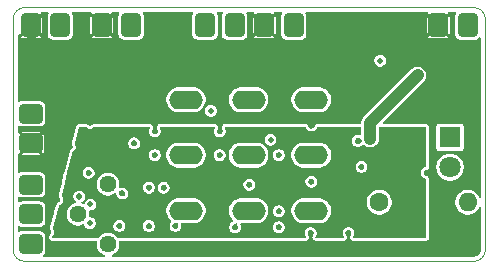
<source format=gbr>
%TF.GenerationSoftware,KiCad,Pcbnew,9.0.2*%
%TF.CreationDate,2025-10-05T19:26:47-07:00*%
%TF.ProjectId,3pdt-pwr-breakout-neg-V2,33706474-2d70-4777-922d-627265616b6f,rev?*%
%TF.SameCoordinates,PX2d4cae0PY8d9ee20*%
%TF.FileFunction,Copper,L2,Inr*%
%TF.FilePolarity,Positive*%
%FSLAX46Y46*%
G04 Gerber Fmt 4.6, Leading zero omitted, Abs format (unit mm)*
G04 Created by KiCad (PCBNEW 9.0.2) date 2025-10-05 19:26:47*
%MOMM*%
%LPD*%
G01*
G04 APERTURE LIST*
G04 Aperture macros list*
%AMRoundRect*
0 Rectangle with rounded corners*
0 $1 Rounding radius*
0 $2 $3 $4 $5 $6 $7 $8 $9 X,Y pos of 4 corners*
0 Add a 4 corners polygon primitive as box body*
4,1,4,$2,$3,$4,$5,$6,$7,$8,$9,$2,$3,0*
0 Add four circle primitives for the rounded corners*
1,1,$1+$1,$2,$3*
1,1,$1+$1,$4,$5*
1,1,$1+$1,$6,$7*
1,1,$1+$1,$8,$9*
0 Add four rect primitives between the rounded corners*
20,1,$1+$1,$2,$3,$4,$5,0*
20,1,$1+$1,$4,$5,$6,$7,0*
20,1,$1+$1,$6,$7,$8,$9,0*
20,1,$1+$1,$8,$9,$2,$3,0*%
G04 Aperture macros list end*
%TA.AperFunction,ComponentPad*%
%ADD10O,2.850000X1.600000*%
%TD*%
%TA.AperFunction,ComponentPad*%
%ADD11R,1.800000X1.800000*%
%TD*%
%TA.AperFunction,ComponentPad*%
%ADD12C,1.800000*%
%TD*%
%TA.AperFunction,ComponentPad*%
%ADD13RoundRect,0.247500X0.727500X-0.577500X0.727500X0.577500X-0.727500X0.577500X-0.727500X-0.577500X0*%
%TD*%
%TA.AperFunction,ComponentPad*%
%ADD14RoundRect,0.247500X-0.727500X0.577500X-0.727500X-0.577500X0.727500X-0.577500X0.727500X0.577500X0*%
%TD*%
%TA.AperFunction,ComponentPad*%
%ADD15RoundRect,0.247500X-0.577500X-0.727500X0.577500X-0.727500X0.577500X0.727500X-0.577500X0.727500X0*%
%TD*%
%TA.AperFunction,ComponentPad*%
%ADD16C,1.600000*%
%TD*%
%TA.AperFunction,ComponentPad*%
%ADD17O,1.600000X1.600000*%
%TD*%
%TA.AperFunction,ComponentPad*%
%ADD18C,1.440000*%
%TD*%
%TA.AperFunction,ViaPad*%
%ADD19C,0.500000*%
%TD*%
%TA.AperFunction,Conductor*%
%ADD20C,0.750000*%
%TD*%
%TA.AperFunction,Conductor*%
%ADD21C,1.000000*%
%TD*%
%TA.AperFunction,Profile*%
%ADD22C,0.100000*%
%TD*%
G04 APERTURE END LIST*
D10*
%TO.N,/IN*%
%TO.C,SW1*%
X14650000Y13700000D03*
%TO.N,/OUT*%
X14650000Y9000000D03*
%TO.N,/RETURN*%
X14650000Y4300000D03*
%TO.N,/GND_SW*%
X19950000Y13700000D03*
%TO.N,/SEND*%
X19950000Y9000000D03*
%TO.N,/IN*%
X19950000Y4300000D03*
%TO.N,/GND_SW*%
X25250000Y13700000D03*
%TO.N,GND*%
X25250000Y9000000D03*
%TO.N,/LED-*%
X25250000Y4300000D03*
%TD*%
D11*
%TO.N,/LED-*%
%TO.C,D2*%
X37000000Y10525000D03*
D12*
%TO.N,/LED+*%
X37000000Y7985000D03*
%TD*%
D13*
%TO.N,/FB_A*%
%TO.C,WP13*%
X1500000Y4000000D03*
%TD*%
D14*
%TO.N,+9V*%
%TO.C,WP11*%
X1500000Y12500000D03*
%TD*%
D13*
%TO.N,Net-(R7-Pad1)*%
%TO.C,WP14*%
X1500000Y6500000D03*
%TD*%
D15*
%TO.N,/SEND*%
%TO.C,WP8*%
X16250000Y20000000D03*
%TD*%
D13*
%TO.N,Net-(R8-Pad1)*%
%TO.C,WP15*%
X1500000Y1500000D03*
%TD*%
D15*
%TO.N,/IN*%
%TO.C,WP5*%
X10000000Y20000000D03*
%TD*%
%TO.N,+9VIN*%
%TO.C,WP1*%
X4000000Y20000000D03*
%TD*%
%TO.N,/RETURN*%
%TO.C,WP7*%
X18750000Y20000000D03*
%TD*%
%TO.N,GND*%
%TO.C,WP4*%
X36000000Y20000000D03*
%TD*%
D16*
%TO.N,+9V*%
%TO.C,R1*%
X31000000Y5000000D03*
D17*
%TO.N,/LED+*%
X38500000Y5000000D03*
%TD*%
D18*
%TO.N,/FB_A*%
%TO.C,RV1*%
X8040000Y1460000D03*
X5500000Y4000000D03*
%TO.N,/FB*%
X8040000Y6540000D03*
%TD*%
D15*
%TO.N,/OUT*%
%TO.C,WP3*%
X38500000Y20000000D03*
%TD*%
%TO.N,GND*%
%TO.C,WP10*%
X21250000Y20000000D03*
%TD*%
D14*
%TO.N,GND*%
%TO.C,WP12*%
X1500000Y10000000D03*
%TD*%
D15*
%TO.N,GND*%
%TO.C,WP2*%
X1500000Y20000000D03*
%TD*%
%TO.N,GND*%
%TO.C,WP6*%
X7500000Y20000000D03*
%TD*%
%TO.N,-9V*%
%TO.C,WP9*%
X23750000Y20000000D03*
%TD*%
D19*
%TO.N,GND*%
X29200000Y10200000D03*
%TO.N,-9V_PRE*%
X30225000Y10400000D03*
%TO.N,+4V5*%
X4500000Y3000000D03*
X33900000Y8800000D03*
X31000000Y7300000D03*
X32061283Y8059236D03*
X8200000Y9300000D03*
%TO.N,GND*%
X4800000Y9700000D03*
X6400000Y7500000D03*
%TO.N,-9V*%
X31085000Y17000000D03*
%TO.N,-9V_PRE*%
X34250000Y15750000D03*
%TO.N,GND*%
X17500000Y13750000D03*
X33250000Y750000D03*
X18800000Y2900000D03*
X9600000Y800000D03*
X10250000Y14000000D03*
X35750000Y12250000D03*
X22500000Y2900000D03*
X13750000Y3000000D03*
X12000000Y9000000D03*
X39250000Y6250000D03*
X28400000Y2400000D03*
X14250000Y18000000D03*
X7000000Y14250000D03*
X2500000Y18250000D03*
X29500000Y14000000D03*
X39250000Y10250000D03*
X9250000Y5750000D03*
X11500000Y3000000D03*
X10250000Y16000000D03*
X34000000Y12250000D03*
X29200000Y12400000D03*
X3250000Y13500000D03*
X22500000Y4250000D03*
X29500000Y16250000D03*
X39250000Y8250000D03*
X17500000Y11000000D03*
X17500000Y9000000D03*
X39250000Y12250000D03*
X8250000Y18000000D03*
X6500000Y11750000D03*
X39250000Y2750000D03*
X10250000Y18000000D03*
X35200000Y16200000D03*
X12000000Y15000000D03*
X10250000Y12000000D03*
X20000000Y6500000D03*
X11500000Y6250000D03*
X18500000Y12000000D03*
X39250000Y17000000D03*
X3750000Y5250000D03*
X3000000Y750000D03*
X31250000Y750000D03*
X25250000Y6750000D03*
X27750000Y18000000D03*
X2500000Y16500000D03*
X12750000Y6250000D03*
X32500000Y17500000D03*
X26250000Y18000000D03*
X16250000Y12000000D03*
X9000000Y3000000D03*
X22250000Y18000000D03*
X35250000Y750000D03*
X24250000Y15250000D03*
X24250000Y18000000D03*
X12250000Y18000000D03*
X22000000Y14750000D03*
X12000000Y11000000D03*
X25250000Y11500000D03*
X37250000Y12250000D03*
X29500000Y18000000D03*
X10250000Y10000000D03*
X16250000Y18000000D03*
X20250000Y18000000D03*
X39250000Y18000000D03*
X22500000Y9000000D03*
X39000000Y1000000D03*
X25200000Y2400000D03*
X5600000Y5500000D03*
X29500000Y8000000D03*
X26250000Y16000000D03*
X18250000Y18000000D03*
X3000000Y2500000D03*
X37250000Y750000D03*
%TO.N,/SEND*%
X16750000Y12750000D03*
X21800000Y10300000D03*
%TO.N,/FB*%
X6500000Y3250000D03*
X6553217Y4825000D03*
%TO.N,GND*%
X35012749Y7500000D03*
%TD*%
D20*
%TO.N,GND*%
X1500000Y18600000D02*
X1500000Y20000000D01*
D21*
%TO.N,-9V_PRE*%
X30225000Y11725000D02*
X34250000Y15750000D01*
X30225000Y10400000D02*
X30225000Y11725000D01*
%TD*%
%TA.AperFunction,Conductor*%
%TO.N,GND*%
G36*
X2983389Y21077826D02*
G01*
X3005063Y21025500D01*
X2990303Y20981153D01*
X2980920Y20968620D01*
X2980919Y20968619D01*
X2930878Y20834451D01*
X2930877Y20834446D01*
X2924500Y20775133D01*
X2924500Y19224868D01*
X2930877Y19165555D01*
X2930878Y19165550D01*
X2980919Y19031382D01*
X2980920Y19031381D01*
X2980921Y19031380D01*
X3066740Y18916740D01*
X3102804Y18889743D01*
X3181380Y18830921D01*
X3181381Y18830920D01*
X3291764Y18789751D01*
X3315554Y18780877D01*
X3369109Y18775120D01*
X3374867Y18774500D01*
X3374868Y18774500D01*
X4625133Y18774500D01*
X4630381Y18775065D01*
X4684446Y18780877D01*
X4773895Y18814240D01*
X4818618Y18830920D01*
X4818618Y18830921D01*
X4818620Y18830921D01*
X4933260Y18916740D01*
X5019079Y19031380D01*
X5019216Y19031749D01*
X5020263Y19034552D01*
X5020263Y19034553D01*
X5062397Y19147522D01*
X5069123Y19165554D01*
X5075500Y19224868D01*
X5075500Y20775132D01*
X5069123Y20834446D01*
X5054452Y20873782D01*
X5019080Y20968619D01*
X5019079Y20968620D01*
X5009697Y20981153D01*
X4995690Y21036031D01*
X5024590Y21084740D01*
X5068937Y21099500D01*
X6580813Y21099500D01*
X6633139Y21077826D01*
X6654813Y21025500D01*
X6654813Y21021963D01*
X7264347Y20412429D01*
X7208343Y20380095D01*
X7119905Y20291657D01*
X7087571Y20235653D01*
X6530392Y20792832D01*
X6530391Y20792832D01*
X6525000Y20758786D01*
X6525000Y19241214D01*
X6530391Y19207170D01*
X6530392Y19207170D01*
X7087570Y19764349D01*
X7119905Y19708343D01*
X7208343Y19619905D01*
X7264347Y19587572D01*
X6654813Y18978037D01*
X6685942Y18946908D01*
X6798134Y18889743D01*
X6891215Y18875000D01*
X8108785Y18875000D01*
X8201865Y18889743D01*
X8314057Y18946908D01*
X8345187Y18978037D01*
X7735652Y19587572D01*
X7791657Y19619905D01*
X7880095Y19708343D01*
X7912428Y19764348D01*
X8469606Y19207170D01*
X8475000Y19241217D01*
X8475000Y20758785D01*
X8469607Y20792833D01*
X7912428Y20235654D01*
X7880095Y20291657D01*
X7791657Y20380095D01*
X7735652Y20412429D01*
X8345187Y21021963D01*
X8345187Y21025500D01*
X8366861Y21077826D01*
X8419187Y21099500D01*
X8931063Y21099500D01*
X8983389Y21077826D01*
X9005063Y21025500D01*
X8990303Y20981153D01*
X8980920Y20968620D01*
X8980919Y20968619D01*
X8930878Y20834451D01*
X8930877Y20834446D01*
X8924500Y20775133D01*
X8924500Y19224868D01*
X8930877Y19165555D01*
X8930878Y19165550D01*
X8980919Y19031382D01*
X8980920Y19031381D01*
X8980921Y19031380D01*
X9066740Y18916740D01*
X9102804Y18889743D01*
X9181380Y18830921D01*
X9181381Y18830920D01*
X9291764Y18789751D01*
X9315554Y18780877D01*
X9369109Y18775120D01*
X9374867Y18774500D01*
X9374868Y18774500D01*
X10625133Y18774500D01*
X10630381Y18775065D01*
X10684446Y18780877D01*
X10773895Y18814240D01*
X10818618Y18830920D01*
X10818618Y18830921D01*
X10818620Y18830921D01*
X10933260Y18916740D01*
X11019079Y19031380D01*
X11020263Y19034553D01*
X11062397Y19147522D01*
X11069123Y19165554D01*
X11075500Y19224868D01*
X11075500Y20775132D01*
X11069123Y20834446D01*
X11054452Y20873782D01*
X11019080Y20968619D01*
X11019079Y20968620D01*
X11009697Y20981153D01*
X10995690Y21036031D01*
X11024590Y21084740D01*
X11068937Y21099500D01*
X15181063Y21099500D01*
X15233389Y21077826D01*
X15255063Y21025500D01*
X15240303Y20981153D01*
X15230920Y20968620D01*
X15230919Y20968619D01*
X15180878Y20834451D01*
X15180877Y20834446D01*
X15174500Y20775133D01*
X15174500Y19224868D01*
X15180877Y19165555D01*
X15180878Y19165550D01*
X15230919Y19031382D01*
X15230920Y19031381D01*
X15230921Y19031380D01*
X15316740Y18916740D01*
X15352804Y18889743D01*
X15431380Y18830921D01*
X15431381Y18830920D01*
X15541764Y18789751D01*
X15565554Y18780877D01*
X15619109Y18775120D01*
X15624867Y18774500D01*
X15624868Y18774500D01*
X16875133Y18774500D01*
X16880381Y18775065D01*
X16934446Y18780877D01*
X17023895Y18814240D01*
X17068618Y18830920D01*
X17068618Y18830921D01*
X17068620Y18830921D01*
X17183260Y18916740D01*
X17269079Y19031380D01*
X17270263Y19034553D01*
X17312397Y19147522D01*
X17319123Y19165554D01*
X17325500Y19224868D01*
X17325500Y20775132D01*
X17319123Y20834446D01*
X17304452Y20873782D01*
X17269080Y20968619D01*
X17269079Y20968620D01*
X17259697Y20981153D01*
X17245690Y21036031D01*
X17274590Y21084740D01*
X17318937Y21099500D01*
X17681063Y21099500D01*
X17733389Y21077826D01*
X17755063Y21025500D01*
X17740303Y20981153D01*
X17730920Y20968620D01*
X17730919Y20968619D01*
X17680878Y20834451D01*
X17680877Y20834446D01*
X17674500Y20775133D01*
X17674500Y19224868D01*
X17680877Y19165555D01*
X17680878Y19165550D01*
X17730919Y19031382D01*
X17730920Y19031381D01*
X17730921Y19031380D01*
X17816740Y18916740D01*
X17852804Y18889743D01*
X17931380Y18830921D01*
X17931381Y18830920D01*
X18041764Y18789751D01*
X18065554Y18780877D01*
X18119109Y18775120D01*
X18124867Y18774500D01*
X18124868Y18774500D01*
X19375133Y18774500D01*
X19380381Y18775065D01*
X19434446Y18780877D01*
X19523895Y18814240D01*
X19568618Y18830920D01*
X19568618Y18830921D01*
X19568620Y18830921D01*
X19683260Y18916740D01*
X19769079Y19031380D01*
X19769216Y19031749D01*
X19770263Y19034552D01*
X19770263Y19034553D01*
X19812397Y19147522D01*
X19819123Y19165554D01*
X19825500Y19224868D01*
X19825500Y20775132D01*
X19819123Y20834446D01*
X19804452Y20873782D01*
X19769080Y20968619D01*
X19769079Y20968620D01*
X19759697Y20981153D01*
X19745690Y21036031D01*
X19774590Y21084740D01*
X19818937Y21099500D01*
X20330813Y21099500D01*
X20383139Y21077826D01*
X20404813Y21025500D01*
X20404813Y21021963D01*
X21014347Y20412429D01*
X20958343Y20380095D01*
X20869905Y20291657D01*
X20837571Y20235653D01*
X20280392Y20792832D01*
X20280391Y20792832D01*
X20275000Y20758786D01*
X20275000Y19241214D01*
X20280391Y19207170D01*
X20280392Y19207170D01*
X20837570Y19764349D01*
X20869905Y19708343D01*
X20958343Y19619905D01*
X21014347Y19587572D01*
X20404813Y18978037D01*
X20435942Y18946908D01*
X20548134Y18889743D01*
X20641215Y18875000D01*
X21858785Y18875000D01*
X21951865Y18889743D01*
X22064057Y18946908D01*
X22095187Y18978037D01*
X21485652Y19587572D01*
X21541657Y19619905D01*
X21630095Y19708343D01*
X21662428Y19764348D01*
X22219606Y19207170D01*
X22225000Y19241217D01*
X22225000Y20758785D01*
X22219607Y20792833D01*
X21662428Y20235654D01*
X21630095Y20291657D01*
X21541657Y20380095D01*
X21485652Y20412429D01*
X22095187Y21021963D01*
X22095187Y21025500D01*
X22116861Y21077826D01*
X22169187Y21099500D01*
X22681063Y21099500D01*
X22733389Y21077826D01*
X22755063Y21025500D01*
X22740303Y20981153D01*
X22730920Y20968620D01*
X22730919Y20968619D01*
X22680878Y20834451D01*
X22680877Y20834446D01*
X22674500Y20775133D01*
X22674500Y19224868D01*
X22680877Y19165555D01*
X22680878Y19165550D01*
X22730919Y19031382D01*
X22730920Y19031381D01*
X22730921Y19031380D01*
X22816740Y18916740D01*
X22852804Y18889743D01*
X22931380Y18830921D01*
X22931381Y18830920D01*
X23041764Y18789751D01*
X23065554Y18780877D01*
X23119109Y18775120D01*
X23124867Y18774500D01*
X23124868Y18774500D01*
X24375133Y18774500D01*
X24380381Y18775065D01*
X24434446Y18780877D01*
X24523895Y18814240D01*
X24568618Y18830920D01*
X24568618Y18830921D01*
X24568620Y18830921D01*
X24683260Y18916740D01*
X24769079Y19031380D01*
X24769216Y19031749D01*
X24770263Y19034552D01*
X24770263Y19034553D01*
X24812397Y19147522D01*
X24819123Y19165554D01*
X24825500Y19224868D01*
X24825500Y20775132D01*
X24819123Y20834446D01*
X24804452Y20873782D01*
X24769080Y20968619D01*
X24769079Y20968620D01*
X24759697Y20981153D01*
X24745690Y21036031D01*
X24774590Y21084740D01*
X24818937Y21099500D01*
X35080813Y21099500D01*
X35133139Y21077826D01*
X35154813Y21025500D01*
X35154813Y21021963D01*
X35764347Y20412429D01*
X35708343Y20380095D01*
X35619905Y20291657D01*
X35587571Y20235653D01*
X35030392Y20792832D01*
X35030391Y20792832D01*
X35025000Y20758786D01*
X35025000Y19241214D01*
X35030391Y19207170D01*
X35030392Y19207170D01*
X35587570Y19764349D01*
X35619905Y19708343D01*
X35708343Y19619905D01*
X35764347Y19587572D01*
X35154813Y18978037D01*
X35185942Y18946908D01*
X35298134Y18889743D01*
X35391215Y18875000D01*
X36608785Y18875000D01*
X36701865Y18889743D01*
X36814057Y18946908D01*
X36845187Y18978037D01*
X36235652Y19587572D01*
X36291657Y19619905D01*
X36380095Y19708343D01*
X36412428Y19764348D01*
X36969606Y19207170D01*
X36975000Y19241217D01*
X36975000Y20758785D01*
X36969607Y20792833D01*
X36412428Y20235654D01*
X36380095Y20291657D01*
X36291657Y20380095D01*
X36235652Y20412429D01*
X36845187Y21021963D01*
X36845187Y21025500D01*
X36866861Y21077826D01*
X36919187Y21099500D01*
X37431063Y21099500D01*
X37483389Y21077826D01*
X37505063Y21025500D01*
X37490303Y20981153D01*
X37480920Y20968620D01*
X37480919Y20968619D01*
X37430878Y20834451D01*
X37430877Y20834446D01*
X37424500Y20775133D01*
X37424500Y19224868D01*
X37430877Y19165555D01*
X37430878Y19165550D01*
X37480919Y19031382D01*
X37480920Y19031381D01*
X37480921Y19031380D01*
X37566740Y18916740D01*
X37602804Y18889743D01*
X37681380Y18830921D01*
X37681381Y18830920D01*
X37791764Y18789751D01*
X37815554Y18780877D01*
X37869109Y18775120D01*
X37874867Y18774500D01*
X37874868Y18774500D01*
X39125133Y18774500D01*
X39130381Y18775065D01*
X39184446Y18780877D01*
X39273895Y18814240D01*
X39318618Y18830920D01*
X39318618Y18830921D01*
X39318620Y18830921D01*
X39433260Y18916740D01*
X39466260Y18960824D01*
X39514969Y18989723D01*
X39569847Y18975716D01*
X39598747Y18927007D01*
X39599500Y18916476D01*
X39599500Y5462684D01*
X39577826Y5410358D01*
X39525500Y5388684D01*
X39473174Y5410358D01*
X39457133Y5434365D01*
X39445403Y5462684D01*
X39430941Y5497598D01*
X39315977Y5669655D01*
X39169655Y5815977D01*
X39158101Y5823697D01*
X38997598Y5930941D01*
X38806420Y6010130D01*
X38806413Y6010132D01*
X38653516Y6040545D01*
X38603465Y6050500D01*
X38396535Y6050500D01*
X38356385Y6042514D01*
X38193586Y6010132D01*
X38193579Y6010130D01*
X38002401Y5930941D01*
X37830345Y5815978D01*
X37830344Y5815976D01*
X37684024Y5669656D01*
X37684022Y5669655D01*
X37569059Y5497599D01*
X37489870Y5306421D01*
X37489868Y5306414D01*
X37449500Y5103465D01*
X37449500Y4896536D01*
X37489868Y4693587D01*
X37489870Y4693580D01*
X37569059Y4502402D01*
X37679349Y4337339D01*
X37684023Y4330345D01*
X37830345Y4184023D01*
X38002402Y4069059D01*
X38193580Y3989870D01*
X38396535Y3949500D01*
X38396536Y3949500D01*
X38603464Y3949500D01*
X38603465Y3949500D01*
X38806420Y3989870D01*
X38997598Y4069059D01*
X39169655Y4184023D01*
X39315977Y4330345D01*
X39430941Y4502402D01*
X39457133Y4565636D01*
X39497181Y4605684D01*
X39553818Y4605684D01*
X39593867Y4565636D01*
X39599500Y4537317D01*
X39599500Y1004160D01*
X39599035Y995874D01*
X39585402Y874880D01*
X39581714Y858725D01*
X39542885Y747760D01*
X39535696Y732831D01*
X39473144Y633279D01*
X39462812Y620323D01*
X39379677Y537188D01*
X39366721Y526856D01*
X39267169Y464304D01*
X39252240Y457115D01*
X39162670Y425773D01*
X39141273Y418286D01*
X39125120Y414598D01*
X39004127Y400965D01*
X38995841Y400500D01*
X8390201Y400500D01*
X8337875Y422174D01*
X8316201Y474500D01*
X8337875Y526826D01*
X8361883Y542867D01*
X8499704Y599954D01*
X8658658Y706163D01*
X8793837Y841342D01*
X8900046Y1000296D01*
X8973204Y1176916D01*
X9010500Y1364414D01*
X9010500Y1555586D01*
X8990514Y1656064D01*
X9001563Y1711612D01*
X9048656Y1743078D01*
X9063092Y1744500D01*
X24724838Y1744500D01*
X24724840Y1744500D01*
X24768925Y1750304D01*
X24790969Y1753206D01*
X24790978Y1753208D01*
X24819056Y1760733D01*
X24827968Y1763120D01*
X24889591Y1788645D01*
X24964542Y1854376D01*
X24999020Y1899309D01*
X25043111Y1988716D01*
X25043111Y1988719D01*
X25043112Y1988720D01*
X25048702Y2074000D01*
X25049633Y2088193D01*
X25042241Y2144346D01*
X25042240Y2144350D01*
X25010195Y2238750D01*
X24976565Y2296998D01*
X24969173Y2314846D01*
X24957521Y2358335D01*
X24955000Y2377486D01*
X24955000Y2422517D01*
X24957521Y2441668D01*
X24967118Y2477487D01*
X24969173Y2485160D01*
X24976561Y2502997D01*
X24999081Y2542002D01*
X25010834Y2557319D01*
X25042680Y2589165D01*
X25058001Y2600920D01*
X25096997Y2623435D01*
X25114843Y2630828D01*
X25145159Y2638950D01*
X25158333Y2642479D01*
X25177483Y2645000D01*
X25222511Y2645000D01*
X25241662Y2642479D01*
X25256299Y2638558D01*
X25285157Y2630825D01*
X25303000Y2623435D01*
X25341995Y2600921D01*
X25357320Y2589162D01*
X25389160Y2557322D01*
X25400919Y2541997D01*
X25400920Y2541996D01*
X25423430Y2503007D01*
X25430822Y2485160D01*
X25442478Y2441661D01*
X25445000Y2422508D01*
X25445000Y2377486D01*
X25442478Y2358332D01*
X25430825Y2314845D01*
X25423433Y2297000D01*
X25389810Y2238763D01*
X25389802Y2238747D01*
X25364280Y2177129D01*
X25364276Y2177117D01*
X25354367Y2140139D01*
X25354365Y2140130D01*
X25345659Y2074001D01*
X25365107Y1976231D01*
X25365110Y1976221D01*
X25385389Y1927264D01*
X25386375Y1924508D01*
X25442168Y1841009D01*
X25442169Y1841008D01*
X25525059Y1785623D01*
X25577385Y1763949D01*
X25675160Y1744500D01*
X25675162Y1744500D01*
X27924838Y1744500D01*
X27924840Y1744500D01*
X27968925Y1750304D01*
X27990969Y1753206D01*
X27990978Y1753208D01*
X28019056Y1760733D01*
X28027968Y1763120D01*
X28089591Y1788645D01*
X28164542Y1854376D01*
X28199020Y1899309D01*
X28243111Y1988716D01*
X28243111Y1988719D01*
X28243112Y1988720D01*
X28248702Y2074000D01*
X28249633Y2088193D01*
X28242241Y2144346D01*
X28242240Y2144350D01*
X28210195Y2238750D01*
X28176565Y2296998D01*
X28169173Y2314846D01*
X28157521Y2358335D01*
X28155000Y2377486D01*
X28155000Y2422517D01*
X28157521Y2441668D01*
X28167118Y2477487D01*
X28169173Y2485160D01*
X28176561Y2502997D01*
X28199081Y2542002D01*
X28210834Y2557319D01*
X28242680Y2589165D01*
X28258001Y2600920D01*
X28296997Y2623435D01*
X28314843Y2630828D01*
X28345159Y2638950D01*
X28358333Y2642479D01*
X28377483Y2645000D01*
X28422511Y2645000D01*
X28441662Y2642479D01*
X28456299Y2638558D01*
X28485157Y2630825D01*
X28503000Y2623435D01*
X28541995Y2600921D01*
X28557320Y2589162D01*
X28589160Y2557322D01*
X28600919Y2541997D01*
X28600920Y2541996D01*
X28623430Y2503007D01*
X28630822Y2485160D01*
X28642478Y2441661D01*
X28645000Y2422508D01*
X28645000Y2377486D01*
X28642478Y2358332D01*
X28630825Y2314845D01*
X28623433Y2297000D01*
X28589810Y2238763D01*
X28589802Y2238747D01*
X28564280Y2177129D01*
X28564276Y2177117D01*
X28554367Y2140139D01*
X28554365Y2140130D01*
X28545659Y2074001D01*
X28565107Y1976231D01*
X28565110Y1976221D01*
X28585389Y1927264D01*
X28586375Y1924508D01*
X28642168Y1841009D01*
X28642169Y1841008D01*
X28725059Y1785623D01*
X28777385Y1763949D01*
X28875160Y1744500D01*
X28875162Y1744500D01*
X34925998Y1744500D01*
X34926000Y1744500D01*
X35023775Y1763949D01*
X35072757Y1784238D01*
X35075496Y1785219D01*
X35076101Y1785623D01*
X35076102Y1785623D01*
X35158992Y1841009D01*
X35214377Y1923899D01*
X35236051Y1976225D01*
X35255500Y2074000D01*
X35255500Y6928478D01*
X35246794Y6994606D01*
X35246794Y6994608D01*
X35246792Y6994617D01*
X35236883Y7031595D01*
X35236882Y7031596D01*
X35236880Y7031606D01*
X35211355Y7093229D01*
X35211354Y7093231D01*
X35145626Y7168178D01*
X35145620Y7168183D01*
X35100690Y7202659D01*
X35053427Y7225967D01*
X35011282Y7246750D01*
X35011279Y7246751D01*
X35011275Y7246753D01*
X34927591Y7269176D01*
X34909744Y7276568D01*
X34870754Y7299079D01*
X34855428Y7310839D01*
X34823587Y7342680D01*
X34811827Y7358006D01*
X34797971Y7382005D01*
X34789312Y7397004D01*
X34781921Y7414848D01*
X34770270Y7458335D01*
X34767749Y7477486D01*
X34767749Y7522517D01*
X34770270Y7541668D01*
X34777576Y7568937D01*
X34781922Y7585160D01*
X34789310Y7602997D01*
X34811830Y7642002D01*
X34823583Y7657319D01*
X34855430Y7689166D01*
X34870748Y7700920D01*
X34909747Y7723436D01*
X34927585Y7730825D01*
X35011282Y7753251D01*
X35072901Y7778774D01*
X35106074Y7797926D01*
X35158992Y7838532D01*
X35214377Y7921422D01*
X35236051Y7973748D01*
X35255500Y8071523D01*
X35255500Y8075547D01*
X35849500Y8075547D01*
X35849500Y7894454D01*
X35877828Y7715594D01*
X35877831Y7715581D01*
X35933787Y7543365D01*
X35933788Y7543362D01*
X35933789Y7543361D01*
X36016004Y7382006D01*
X36122447Y7235499D01*
X36250499Y7107447D01*
X36397006Y7001004D01*
X36558361Y6918789D01*
X36558364Y6918788D01*
X36558363Y6918788D01*
X36730580Y6862832D01*
X36730586Y6862831D01*
X36730591Y6862829D01*
X36845868Y6844571D01*
X36909453Y6834500D01*
X36909454Y6834500D01*
X37090547Y6834500D01*
X37154132Y6844571D01*
X37269409Y6862829D01*
X37269416Y6862832D01*
X37269419Y6862832D01*
X37385147Y6900434D01*
X37441639Y6918789D01*
X37602994Y7001004D01*
X37749501Y7107447D01*
X37877553Y7235499D01*
X37983996Y7382006D01*
X38066211Y7543361D01*
X38122171Y7715591D01*
X38150500Y7894454D01*
X38150500Y8075546D01*
X38122171Y8254409D01*
X38122169Y8254414D01*
X38122168Y8254420D01*
X38066212Y8426636D01*
X38066211Y8426637D01*
X38066211Y8426639D01*
X37983996Y8587994D01*
X37877553Y8734501D01*
X37749501Y8862553D01*
X37650923Y8934174D01*
X37602996Y8968995D01*
X37441635Y9051213D01*
X37441636Y9051213D01*
X37269419Y9107169D01*
X37269406Y9107172D01*
X37090547Y9135500D01*
X37090546Y9135500D01*
X36909454Y9135500D01*
X36909453Y9135500D01*
X36730593Y9107172D01*
X36730580Y9107169D01*
X36558364Y9051213D01*
X36397004Y8968995D01*
X36397003Y8968995D01*
X36250503Y8862556D01*
X36250499Y8862553D01*
X36122447Y8734501D01*
X36122444Y8734498D01*
X36122444Y8734497D01*
X36016005Y8587997D01*
X36016005Y8587996D01*
X35933787Y8426636D01*
X35877831Y8254420D01*
X35877828Y8254407D01*
X35849500Y8075547D01*
X35255500Y8075547D01*
X35255500Y11326000D01*
X35236051Y11423775D01*
X35225323Y11449674D01*
X35849500Y11449674D01*
X35849500Y9600326D01*
X35864034Y9527260D01*
X35919399Y9444399D01*
X36002260Y9389034D01*
X36075326Y9374500D01*
X36075328Y9374500D01*
X37924672Y9374500D01*
X37924674Y9374500D01*
X37997740Y9389034D01*
X38080601Y9444399D01*
X38135966Y9527260D01*
X38150500Y9600326D01*
X38150500Y11449674D01*
X38135966Y11522740D01*
X38080601Y11605601D01*
X38071989Y11611355D01*
X37997740Y11660966D01*
X37924674Y11675500D01*
X36075326Y11675500D01*
X36026615Y11665811D01*
X36002259Y11660966D01*
X35919399Y11605602D01*
X35919398Y11605601D01*
X35864034Y11522741D01*
X35863325Y11519176D01*
X35849500Y11449674D01*
X35225323Y11449674D01*
X35215764Y11472751D01*
X35214782Y11475496D01*
X35158991Y11558992D01*
X35158990Y11558993D01*
X35076100Y11614378D01*
X35023779Y11636050D01*
X35023769Y11636053D01*
X34958294Y11649077D01*
X34926000Y11655500D01*
X34925998Y11655500D01*
X31395520Y11655500D01*
X31343194Y11677174D01*
X31321520Y11729500D01*
X31343194Y11781826D01*
X32210868Y12649500D01*
X34832952Y15271585D01*
X34915084Y15394506D01*
X34971659Y15531088D01*
X35000500Y15676083D01*
X35000500Y15823918D01*
X34971659Y15968913D01*
X34915084Y16105495D01*
X34832952Y16228416D01*
X34728416Y16332952D01*
X34605495Y16415084D01*
X34468913Y16471659D01*
X34468906Y16471661D01*
X34328940Y16499501D01*
X34323918Y16500500D01*
X34176083Y16500500D01*
X34171061Y16499501D01*
X34031094Y16471661D01*
X34031087Y16471659D01*
X33894505Y16415084D01*
X33771585Y16332953D01*
X33771583Y16332951D01*
X29642048Y12203417D01*
X29642047Y12203416D01*
X29592813Y12129730D01*
X29559915Y12080495D01*
X29503343Y11943918D01*
X29503340Y11943908D01*
X29474500Y11798917D01*
X29474500Y11729500D01*
X29452826Y11677174D01*
X29400500Y11655500D01*
X25798143Y11655500D01*
X25786738Y11653999D01*
X25732013Y11646795D01*
X25732004Y11646793D01*
X25695026Y11636884D01*
X25695018Y11636882D01*
X25695015Y11636880D01*
X25650462Y11618426D01*
X25633398Y11611358D01*
X25558442Y11545628D01*
X25523963Y11500696D01*
X25523960Y11500692D01*
X25523959Y11500690D01*
X25479865Y11411269D01*
X25478615Y11407948D01*
X25473448Y11397025D01*
X25450921Y11358007D01*
X25439161Y11342681D01*
X25407319Y11310839D01*
X25391992Y11299079D01*
X25353001Y11276568D01*
X25335157Y11269176D01*
X25314912Y11263751D01*
X25291664Y11257522D01*
X25272514Y11255000D01*
X25227485Y11255000D01*
X25208332Y11257522D01*
X25197089Y11260535D01*
X25164842Y11269176D01*
X25146997Y11276568D01*
X25108006Y11299079D01*
X25092679Y11310839D01*
X25060837Y11342681D01*
X25049078Y11358006D01*
X25026402Y11397280D01*
X25020432Y11410446D01*
X25020056Y11411546D01*
X25020051Y11411568D01*
X24994606Y11472900D01*
X24975455Y11506072D01*
X24934848Y11558992D01*
X24934847Y11558993D01*
X24934846Y11558994D01*
X24851957Y11614378D01*
X24799636Y11636050D01*
X24799626Y11636053D01*
X24734151Y11649077D01*
X24701857Y11655500D01*
X17975160Y11655500D01*
X17963755Y11653999D01*
X17909030Y11646795D01*
X17909021Y11646793D01*
X17872043Y11636884D01*
X17872031Y11636880D01*
X17810409Y11611356D01*
X17810407Y11611355D01*
X17735460Y11545627D01*
X17735455Y11545621D01*
X17700979Y11500691D01*
X17656888Y11411283D01*
X17656887Y11411281D01*
X17650367Y11311812D01*
X17650367Y11311801D01*
X17657758Y11255658D01*
X17657786Y11255573D01*
X17689805Y11161247D01*
X17723431Y11103006D01*
X17730824Y11085159D01*
X17742479Y11041662D01*
X17745000Y11022509D01*
X17745000Y10977487D01*
X17742478Y10958333D01*
X17730824Y10914844D01*
X17723432Y10896999D01*
X17700921Y10858008D01*
X17689161Y10842681D01*
X17657319Y10810839D01*
X17641992Y10799079D01*
X17603001Y10776568D01*
X17585157Y10769176D01*
X17564912Y10763751D01*
X17541664Y10757522D01*
X17522514Y10755000D01*
X17477485Y10755000D01*
X17458332Y10757522D01*
X17447089Y10760535D01*
X17414842Y10769176D01*
X17396997Y10776568D01*
X17358006Y10799079D01*
X17342679Y10810839D01*
X17310838Y10842680D01*
X17299078Y10858006D01*
X17299077Y10858008D01*
X17276563Y10897004D01*
X17269172Y10914848D01*
X17268009Y10919187D01*
X17263808Y10934869D01*
X17257521Y10958335D01*
X17255000Y10977486D01*
X17255000Y11022517D01*
X17257521Y11041668D01*
X17260360Y11052268D01*
X17269173Y11085160D01*
X17276562Y11102997D01*
X17310195Y11161249D01*
X17335720Y11222872D01*
X17344329Y11255000D01*
X17345632Y11259862D01*
X17345634Y11259871D01*
X17352471Y11311801D01*
X17354340Y11325999D01*
X17347973Y11358006D01*
X17334892Y11423770D01*
X17334891Y11423773D01*
X17334891Y11423775D01*
X17314604Y11472751D01*
X17313622Y11475496D01*
X17257831Y11558992D01*
X17257830Y11558993D01*
X17174940Y11614378D01*
X17122619Y11636050D01*
X17122609Y11636053D01*
X17057134Y11649077D01*
X17024840Y11655500D01*
X12475160Y11655500D01*
X12463755Y11653999D01*
X12409030Y11646795D01*
X12409021Y11646793D01*
X12372043Y11636884D01*
X12372031Y11636880D01*
X12310409Y11611356D01*
X12310407Y11611355D01*
X12235460Y11545627D01*
X12235455Y11545621D01*
X12200979Y11500691D01*
X12156888Y11411283D01*
X12156887Y11411281D01*
X12150367Y11311812D01*
X12150367Y11311801D01*
X12157758Y11255658D01*
X12157786Y11255573D01*
X12189805Y11161247D01*
X12223431Y11103006D01*
X12230824Y11085159D01*
X12242479Y11041662D01*
X12245000Y11022509D01*
X12245000Y10977487D01*
X12242478Y10958333D01*
X12230824Y10914844D01*
X12223432Y10896999D01*
X12200921Y10858008D01*
X12189161Y10842681D01*
X12157319Y10810839D01*
X12141992Y10799079D01*
X12103001Y10776568D01*
X12085157Y10769176D01*
X12064912Y10763751D01*
X12041664Y10757522D01*
X12022514Y10755000D01*
X11977485Y10755000D01*
X11958332Y10757522D01*
X11947089Y10760535D01*
X11914842Y10769176D01*
X11896997Y10776568D01*
X11858006Y10799079D01*
X11842679Y10810839D01*
X11810838Y10842680D01*
X11799078Y10858006D01*
X11799077Y10858008D01*
X11776563Y10897004D01*
X11769172Y10914848D01*
X11768009Y10919187D01*
X11763808Y10934869D01*
X11757521Y10958335D01*
X11755000Y10977486D01*
X11755000Y11022517D01*
X11757521Y11041668D01*
X11760360Y11052268D01*
X11769173Y11085160D01*
X11776562Y11102997D01*
X11810195Y11161249D01*
X11835720Y11222872D01*
X11844329Y11255000D01*
X11845632Y11259862D01*
X11845634Y11259871D01*
X11852471Y11311801D01*
X11854340Y11325999D01*
X11847973Y11358006D01*
X11834892Y11423770D01*
X11834891Y11423773D01*
X11834891Y11423775D01*
X11814604Y11472751D01*
X11813622Y11475496D01*
X11757831Y11558992D01*
X11757830Y11558993D01*
X11674940Y11614378D01*
X11622619Y11636050D01*
X11622609Y11636053D01*
X11557134Y11649077D01*
X11524840Y11655500D01*
X6888466Y11655500D01*
X6860748Y11649987D01*
X6790696Y11636053D01*
X6790686Y11636050D01*
X6748137Y11618426D01*
X6748131Y11618423D01*
X6738365Y11614377D01*
X6738364Y11614377D01*
X6655474Y11558992D01*
X6651919Y11555439D01*
X6645528Y11551254D01*
X6644602Y11551079D01*
X6641998Y11549082D01*
X6603002Y11526568D01*
X6585157Y11519176D01*
X6564912Y11513751D01*
X6541664Y11507522D01*
X6522514Y11505000D01*
X6477485Y11505000D01*
X6458332Y11507522D01*
X6447089Y11510535D01*
X6414842Y11519176D01*
X6396997Y11526568D01*
X6358006Y11549079D01*
X6342895Y11560673D01*
X6338466Y11563041D01*
X6293232Y11593265D01*
X6261634Y11614378D01*
X6209313Y11636050D01*
X6209303Y11636053D01*
X6143828Y11649077D01*
X6111534Y11655500D01*
X5635922Y11655500D01*
X5590686Y11649384D01*
X5568068Y11646325D01*
X5530172Y11635886D01*
X5467195Y11609023D01*
X5467194Y11609022D01*
X5393172Y11542252D01*
X5359322Y11496836D01*
X5359321Y11496835D01*
X5316488Y11406824D01*
X5316485Y11406815D01*
X5044610Y10332260D01*
X4993748Y10131236D01*
X4993746Y10131226D01*
X4993073Y10128565D01*
X4977868Y10068469D01*
X4975876Y10032260D01*
X4975635Y10027882D01*
X4975634Y10027875D01*
X4974697Y10010839D01*
X4972488Y9970681D01*
X4974314Y9957522D01*
X4980141Y9915529D01*
X4980142Y9915527D01*
X5011942Y9822909D01*
X5011947Y9822898D01*
X5023430Y9803009D01*
X5030822Y9785163D01*
X5042478Y9741664D01*
X5045000Y9722511D01*
X5045000Y9677487D01*
X5042478Y9658333D01*
X5030824Y9614844D01*
X5023432Y9596999D01*
X5000921Y9558008D01*
X4989161Y9542681D01*
X4957321Y9510841D01*
X4942003Y9499086D01*
X4935817Y9495514D01*
X4934150Y9494544D01*
X4933334Y9494065D01*
X4931864Y9493194D01*
X4931861Y9493192D01*
X4857840Y9426422D01*
X4823994Y9381013D01*
X4781157Y9290994D01*
X4781155Y9290989D01*
X4740061Y9128565D01*
X4715695Y9032260D01*
X4462683Y8032260D01*
X4360543Y7628565D01*
X4336177Y7532260D01*
X4125164Y6698256D01*
X4102941Y6610421D01*
X3872846Y5701005D01*
X3866997Y5669898D01*
X3864738Y5651760D01*
X3862780Y5620185D01*
X3879166Y5537809D01*
X3880270Y5532260D01*
X3882229Y5522411D01*
X3903129Y5471953D01*
X3903682Y5470434D01*
X3903681Y5470417D01*
X3903903Y5470085D01*
X3903903Y5470084D01*
X3911755Y5458333D01*
X3916788Y5450800D01*
X3919344Y5446688D01*
X3973430Y5353006D01*
X3980822Y5335162D01*
X3992478Y5291662D01*
X3995000Y5272511D01*
X3995000Y5227487D01*
X3992478Y5208333D01*
X3980824Y5164844D01*
X3973432Y5146999D01*
X3950921Y5108008D01*
X3939161Y5092681D01*
X3907319Y5060839D01*
X3891993Y5049079D01*
X3832932Y5014980D01*
X3826366Y5011710D01*
X3826394Y5011650D01*
X3825246Y5011118D01*
X3793821Y4995209D01*
X3719801Y4928443D01*
X3685955Y4883035D01*
X3685951Y4883028D01*
X3643111Y4793006D01*
X3482512Y4158255D01*
X3460289Y4070421D01*
X3162788Y2894585D01*
X3157409Y2796799D01*
X3165062Y2741645D01*
X3165063Y2741643D01*
X3196864Y2649024D01*
X3196867Y2649018D01*
X3223430Y2603009D01*
X3230822Y2585162D01*
X3242478Y2541662D01*
X3245000Y2522509D01*
X3245000Y2477487D01*
X3242478Y2458333D01*
X3230824Y2414844D01*
X3223433Y2396999D01*
X3212168Y2377486D01*
X3201110Y2358332D01*
X3200922Y2358007D01*
X3189161Y2342681D01*
X3151734Y2305254D01*
X3149423Y2300929D01*
X3098088Y2224101D01*
X3076416Y2171780D01*
X3076413Y2171770D01*
X3056966Y2074002D01*
X3076413Y1976231D01*
X3076416Y1976221D01*
X3096695Y1927264D01*
X3097681Y1924508D01*
X3153474Y1841009D01*
X3153475Y1841008D01*
X3236365Y1785623D01*
X3288691Y1763949D01*
X3386466Y1744500D01*
X7016908Y1744500D01*
X7069234Y1722826D01*
X7090908Y1670500D01*
X7089486Y1656064D01*
X7069500Y1555586D01*
X7069500Y1364416D01*
X7106794Y1176922D01*
X7106797Y1176912D01*
X7179953Y1000297D01*
X7286162Y841343D01*
X7421342Y706163D01*
X7580296Y599954D01*
X7718117Y542867D01*
X7758166Y502819D01*
X7758166Y446182D01*
X7718118Y406133D01*
X7689799Y400500D01*
X2583524Y400500D01*
X2531198Y422174D01*
X2509524Y474500D01*
X2531198Y526826D01*
X2539177Y533740D01*
X2543783Y537188D01*
X2583260Y566740D01*
X2669079Y681380D01*
X2719123Y815554D01*
X2725500Y874868D01*
X2725500Y2125132D01*
X2719123Y2184446D01*
X2677143Y2297000D01*
X2669080Y2318619D01*
X2669079Y2318620D01*
X2651067Y2342681D01*
X2583260Y2433260D01*
X2468620Y2519079D01*
X2468619Y2519080D01*
X2468618Y2519081D01*
X2334450Y2569122D01*
X2334447Y2569123D01*
X2334446Y2569123D01*
X2304789Y2572312D01*
X2275133Y2575500D01*
X2275132Y2575500D01*
X724868Y2575500D01*
X724867Y2575500D01*
X665554Y2569123D01*
X665549Y2569122D01*
X531381Y2519081D01*
X531380Y2519080D01*
X518847Y2509697D01*
X463969Y2495690D01*
X415260Y2524590D01*
X400500Y2568937D01*
X400500Y2931064D01*
X422174Y2983390D01*
X474500Y3005064D01*
X518849Y2990302D01*
X531379Y2980921D01*
X531381Y2980920D01*
X636617Y2941670D01*
X665554Y2930877D01*
X719109Y2925120D01*
X724867Y2924500D01*
X724868Y2924500D01*
X2275133Y2924500D01*
X2280381Y2925065D01*
X2334446Y2930877D01*
X2433294Y2967745D01*
X2468618Y2980920D01*
X2468618Y2980921D01*
X2468620Y2980921D01*
X2583260Y3066740D01*
X2669079Y3181380D01*
X2678664Y3207077D01*
X2700820Y3266481D01*
X2719123Y3315554D01*
X2725500Y3374868D01*
X2725500Y4625132D01*
X2719123Y4684446D01*
X2710249Y4708236D01*
X2669080Y4818619D01*
X2669079Y4818620D01*
X2620863Y4883028D01*
X2583260Y4933260D01*
X2468620Y5019079D01*
X2468619Y5019080D01*
X2468618Y5019081D01*
X2334450Y5069122D01*
X2334447Y5069123D01*
X2334446Y5069123D01*
X2304789Y5072312D01*
X2275133Y5075500D01*
X2275132Y5075500D01*
X724868Y5075500D01*
X724867Y5075500D01*
X665554Y5069123D01*
X665549Y5069122D01*
X531381Y5019081D01*
X531380Y5019080D01*
X518847Y5009697D01*
X463969Y4995690D01*
X415260Y5024590D01*
X400500Y5068937D01*
X400500Y5431064D01*
X422174Y5483390D01*
X474500Y5505064D01*
X518849Y5490302D01*
X531379Y5480921D01*
X531381Y5480920D01*
X612138Y5450800D01*
X665554Y5430877D01*
X719109Y5425120D01*
X724867Y5424500D01*
X724868Y5424500D01*
X2275133Y5424500D01*
X2280381Y5425065D01*
X2334446Y5430877D01*
X2439565Y5470084D01*
X2468618Y5480920D01*
X2468618Y5480921D01*
X2468620Y5480921D01*
X2583260Y5566740D01*
X2669079Y5681380D01*
X2719123Y5815554D01*
X2725500Y5874868D01*
X2725500Y7125132D01*
X2719123Y7184446D01*
X2700081Y7235499D01*
X2669080Y7318619D01*
X2669079Y7318620D01*
X2645911Y7349568D01*
X2583260Y7433260D01*
X2468620Y7519079D01*
X2468619Y7519080D01*
X2468618Y7519081D01*
X2334450Y7569122D01*
X2334447Y7569123D01*
X2334446Y7569123D01*
X2304789Y7572312D01*
X2275133Y7575500D01*
X2275132Y7575500D01*
X724868Y7575500D01*
X724867Y7575500D01*
X665554Y7569123D01*
X665549Y7569122D01*
X531381Y7519081D01*
X531380Y7519080D01*
X518847Y7509697D01*
X463969Y7495690D01*
X415260Y7524590D01*
X400500Y7568937D01*
X400500Y9080813D01*
X422174Y9133139D01*
X474500Y9154813D01*
X478037Y9154813D01*
X1087571Y9764348D01*
X1119905Y9708343D01*
X1208343Y9619905D01*
X1264346Y9587572D01*
X707167Y9030393D01*
X741215Y9025000D01*
X2258783Y9025000D01*
X2292830Y9030394D01*
X1735652Y9587572D01*
X1791657Y9619905D01*
X1880095Y9708343D01*
X1912428Y9764348D01*
X2521963Y9154813D01*
X2553092Y9185943D01*
X2610257Y9298135D01*
X2625000Y9391216D01*
X2625000Y10608785D01*
X2610257Y10701866D01*
X2553092Y10814058D01*
X2521963Y10845187D01*
X1912428Y10235653D01*
X1880095Y10291657D01*
X1791657Y10380095D01*
X1735651Y10412430D01*
X2292830Y10969608D01*
X2292830Y10969609D01*
X2258786Y10975000D01*
X741215Y10975000D01*
X707168Y10969609D01*
X707168Y10969608D01*
X1264347Y10412429D01*
X1208343Y10380095D01*
X1119905Y10291657D01*
X1087571Y10235653D01*
X478037Y10845187D01*
X474500Y10845187D01*
X422174Y10866861D01*
X400500Y10919187D01*
X400500Y11431064D01*
X422174Y11483390D01*
X474500Y11505064D01*
X518849Y11490302D01*
X531379Y11480921D01*
X531381Y11480920D01*
X641764Y11439751D01*
X665554Y11430877D01*
X719109Y11425120D01*
X724867Y11424500D01*
X724868Y11424500D01*
X2275133Y11424500D01*
X2280381Y11425065D01*
X2334446Y11430877D01*
X2447115Y11472900D01*
X2468618Y11480920D01*
X2468618Y11480921D01*
X2468620Y11480921D01*
X2583260Y11566740D01*
X2669079Y11681380D01*
X2719123Y11815554D01*
X2725500Y11874868D01*
X2725500Y13125132D01*
X2719123Y13184446D01*
X2707207Y13216394D01*
X2669080Y13318619D01*
X2669079Y13318620D01*
X2612964Y13393580D01*
X2583260Y13433260D01*
X2468620Y13519079D01*
X2468619Y13519080D01*
X2468618Y13519081D01*
X2334450Y13569122D01*
X2334447Y13569123D01*
X2334446Y13569123D01*
X2304789Y13572312D01*
X2275133Y13575500D01*
X2275132Y13575500D01*
X724868Y13575500D01*
X724867Y13575500D01*
X665554Y13569123D01*
X665549Y13569122D01*
X531381Y13519081D01*
X531380Y13519080D01*
X518847Y13509697D01*
X463969Y13495690D01*
X415260Y13524590D01*
X400500Y13568937D01*
X400500Y13803465D01*
X12974500Y13803465D01*
X12974500Y13596536D01*
X13014868Y13393587D01*
X13014870Y13393580D01*
X13094059Y13202402D01*
X13128738Y13150500D01*
X13209023Y13030345D01*
X13355345Y12884023D01*
X13527402Y12769059D01*
X13718580Y12689870D01*
X13921535Y12649500D01*
X13921536Y12649500D01*
X15378464Y12649500D01*
X15378465Y12649500D01*
X15581420Y12689870D01*
X15772598Y12769059D01*
X15842694Y12815895D01*
X16249500Y12815895D01*
X16249500Y12684106D01*
X16283606Y12556819D01*
X16283607Y12556816D01*
X16283608Y12556814D01*
X16349500Y12442686D01*
X16442686Y12349500D01*
X16556814Y12283608D01*
X16684105Y12249501D01*
X16684106Y12249500D01*
X16684108Y12249500D01*
X16815894Y12249500D01*
X16815894Y12249501D01*
X16943186Y12283608D01*
X17057314Y12349500D01*
X17150500Y12442686D01*
X17216392Y12556814D01*
X17250499Y12684106D01*
X17250500Y12684106D01*
X17250500Y12815894D01*
X17250499Y12815895D01*
X17232244Y12884023D01*
X17216392Y12943186D01*
X17150500Y13057314D01*
X17057314Y13150500D01*
X16998518Y13184446D01*
X16943190Y13216390D01*
X16943181Y13216394D01*
X16815894Y13250500D01*
X16815892Y13250500D01*
X16684108Y13250500D01*
X16684106Y13250500D01*
X16556818Y13216394D01*
X16556809Y13216390D01*
X16442685Y13150500D01*
X16349500Y13057315D01*
X16283610Y12943191D01*
X16283606Y12943182D01*
X16249500Y12815895D01*
X15842694Y12815895D01*
X15944655Y12884023D01*
X16090977Y13030345D01*
X16205941Y13202402D01*
X16285130Y13393580D01*
X16325500Y13596535D01*
X16325500Y13803465D01*
X18274500Y13803465D01*
X18274500Y13596536D01*
X18314868Y13393587D01*
X18314870Y13393580D01*
X18394059Y13202402D01*
X18428738Y13150500D01*
X18509023Y13030345D01*
X18655345Y12884023D01*
X18827402Y12769059D01*
X19018580Y12689870D01*
X19221535Y12649500D01*
X19221536Y12649500D01*
X20678464Y12649500D01*
X20678465Y12649500D01*
X20881420Y12689870D01*
X21072598Y12769059D01*
X21244655Y12884023D01*
X21390977Y13030345D01*
X21505941Y13202402D01*
X21585130Y13393580D01*
X21625500Y13596535D01*
X21625500Y13803465D01*
X23574500Y13803465D01*
X23574500Y13596536D01*
X23614868Y13393587D01*
X23614870Y13393580D01*
X23694059Y13202402D01*
X23728738Y13150500D01*
X23809023Y13030345D01*
X23955345Y12884023D01*
X24127402Y12769059D01*
X24318580Y12689870D01*
X24521535Y12649500D01*
X24521536Y12649500D01*
X25978464Y12649500D01*
X25978465Y12649500D01*
X26181420Y12689870D01*
X26372598Y12769059D01*
X26544655Y12884023D01*
X26690977Y13030345D01*
X26805941Y13202402D01*
X26885130Y13393580D01*
X26925500Y13596535D01*
X26925500Y13803465D01*
X26885130Y14006420D01*
X26805941Y14197598D01*
X26690977Y14369655D01*
X26544655Y14515977D01*
X26372598Y14630941D01*
X26181420Y14710130D01*
X26181413Y14710132D01*
X26028516Y14740545D01*
X25978465Y14750500D01*
X24521535Y14750500D01*
X24481385Y14742514D01*
X24318586Y14710132D01*
X24318579Y14710130D01*
X24127401Y14630941D01*
X23955345Y14515978D01*
X23955344Y14515976D01*
X23809024Y14369656D01*
X23809022Y14369655D01*
X23694059Y14197599D01*
X23614870Y14006421D01*
X23614868Y14006414D01*
X23574500Y13803465D01*
X21625500Y13803465D01*
X21585130Y14006420D01*
X21505941Y14197598D01*
X21390977Y14369655D01*
X21244655Y14515977D01*
X21072598Y14630941D01*
X20881420Y14710130D01*
X20881413Y14710132D01*
X20728516Y14740545D01*
X20678465Y14750500D01*
X19221535Y14750500D01*
X19181385Y14742514D01*
X19018586Y14710132D01*
X19018579Y14710130D01*
X18827401Y14630941D01*
X18655345Y14515978D01*
X18655344Y14515976D01*
X18509024Y14369656D01*
X18509022Y14369655D01*
X18394059Y14197599D01*
X18314870Y14006421D01*
X18314868Y14006414D01*
X18274500Y13803465D01*
X16325500Y13803465D01*
X16285130Y14006420D01*
X16205941Y14197598D01*
X16090977Y14369655D01*
X15944655Y14515977D01*
X15772598Y14630941D01*
X15581420Y14710130D01*
X15581413Y14710132D01*
X15428516Y14740545D01*
X15378465Y14750500D01*
X13921535Y14750500D01*
X13881385Y14742514D01*
X13718586Y14710132D01*
X13718579Y14710130D01*
X13527401Y14630941D01*
X13355345Y14515978D01*
X13355344Y14515976D01*
X13209024Y14369656D01*
X13209022Y14369655D01*
X13094059Y14197599D01*
X13014870Y14006421D01*
X13014868Y14006414D01*
X12974500Y13803465D01*
X400500Y13803465D01*
X400500Y17065895D01*
X30584500Y17065895D01*
X30584500Y16934106D01*
X30618606Y16806819D01*
X30618607Y16806816D01*
X30618608Y16806814D01*
X30684500Y16692686D01*
X30777686Y16599500D01*
X30891814Y16533608D01*
X31019105Y16499501D01*
X31019106Y16499500D01*
X31019108Y16499500D01*
X31150894Y16499500D01*
X31150894Y16499501D01*
X31278186Y16533608D01*
X31392314Y16599500D01*
X31485500Y16692686D01*
X31551392Y16806814D01*
X31585499Y16934106D01*
X31585500Y16934106D01*
X31585500Y17065894D01*
X31585499Y17065895D01*
X31551393Y17193182D01*
X31551392Y17193186D01*
X31485500Y17307314D01*
X31392314Y17400500D01*
X31278190Y17466390D01*
X31278181Y17466394D01*
X31150894Y17500500D01*
X31150892Y17500500D01*
X31019108Y17500500D01*
X31019106Y17500500D01*
X30891818Y17466394D01*
X30891809Y17466390D01*
X30777685Y17400500D01*
X30684500Y17307315D01*
X30618610Y17193191D01*
X30618606Y17193182D01*
X30584500Y17065895D01*
X400500Y17065895D01*
X400500Y19147522D01*
X422174Y19199848D01*
X474500Y19221522D01*
X497369Y19217900D01*
X530392Y19207170D01*
X1087570Y19764348D01*
X1119905Y19708343D01*
X1208343Y19619905D01*
X1264347Y19587572D01*
X654813Y18978037D01*
X685942Y18946908D01*
X798134Y18889743D01*
X891215Y18875000D01*
X2108785Y18875000D01*
X2201865Y18889743D01*
X2314057Y18946908D01*
X2345187Y18978037D01*
X1735652Y19587572D01*
X1791657Y19619905D01*
X1880095Y19708343D01*
X1912428Y19764348D01*
X2469606Y19207170D01*
X2475000Y19241217D01*
X2475000Y20758785D01*
X2469607Y20792833D01*
X1912428Y20235654D01*
X1880095Y20291657D01*
X1791657Y20380095D01*
X1735652Y20412429D01*
X2345187Y21021963D01*
X2345187Y21025500D01*
X2366861Y21077826D01*
X2419187Y21099500D01*
X2931063Y21099500D01*
X2983389Y21077826D01*
G37*
%TD.AperFunction*%
%TA.AperFunction,Conductor*%
G36*
X18929582Y3257938D02*
G01*
X18948529Y3254169D01*
X18954084Y3245855D01*
X18963053Y3241432D01*
X18969262Y3223140D01*
X18979996Y3207077D01*
X18981259Y3187803D01*
X18979845Y3166219D01*
X18979523Y3161302D01*
X18986915Y3105153D01*
X18986917Y3105146D01*
X19018961Y3010747D01*
X19023435Y3002997D01*
X19030825Y2985155D01*
X19042478Y2941670D01*
X19045000Y2922516D01*
X19045000Y2877487D01*
X19042478Y2858333D01*
X19030824Y2814844D01*
X19023432Y2796999D01*
X19000921Y2758008D01*
X18989161Y2742681D01*
X18957319Y2710839D01*
X18941992Y2699079D01*
X18903001Y2676568D01*
X18885157Y2669176D01*
X18864912Y2663751D01*
X18841664Y2657522D01*
X18822514Y2655000D01*
X18777485Y2655000D01*
X18758332Y2657522D01*
X18747089Y2660535D01*
X18714842Y2669176D01*
X18696997Y2676568D01*
X18658006Y2699079D01*
X18642679Y2710839D01*
X18610837Y2742681D01*
X18599077Y2758007D01*
X18599076Y2758008D01*
X18576565Y2796999D01*
X18569174Y2814844D01*
X18557521Y2858337D01*
X18555000Y2877488D01*
X18555000Y2922517D01*
X18557521Y2941668D01*
X18561986Y2958333D01*
X18569173Y2985160D01*
X18576561Y3002997D01*
X18599081Y3042002D01*
X18610834Y3057319D01*
X18642681Y3089166D01*
X18657998Y3100919D01*
X18723884Y3138958D01*
X18732538Y3143226D01*
X18741823Y3147071D01*
X18774990Y3166222D01*
X18827896Y3206821D01*
X18845890Y3233752D01*
X18854202Y3239306D01*
X18858625Y3248274D01*
X18876917Y3254484D01*
X18892980Y3265217D01*
X18902787Y3263267D01*
X18912257Y3266481D01*
X18929582Y3257938D01*
G37*
%TD.AperFunction*%
%TA.AperFunction,Conductor*%
G36*
X22541662Y3142479D02*
G01*
X22556299Y3138558D01*
X22585157Y3130825D01*
X22603000Y3123435D01*
X22641995Y3100921D01*
X22657320Y3089162D01*
X22689161Y3057321D01*
X22700919Y3041997D01*
X22700920Y3041996D01*
X22723432Y3003005D01*
X22730825Y2985157D01*
X22742478Y2941669D01*
X22745000Y2922516D01*
X22745000Y2877487D01*
X22742478Y2858333D01*
X22730824Y2814844D01*
X22723432Y2796999D01*
X22700921Y2758008D01*
X22689161Y2742681D01*
X22657319Y2710839D01*
X22641992Y2699079D01*
X22603001Y2676568D01*
X22585157Y2669176D01*
X22564912Y2663751D01*
X22541664Y2657522D01*
X22522514Y2655000D01*
X22477485Y2655000D01*
X22458332Y2657522D01*
X22447089Y2660535D01*
X22414842Y2669176D01*
X22396997Y2676568D01*
X22358006Y2699079D01*
X22342679Y2710839D01*
X22310837Y2742681D01*
X22299077Y2758007D01*
X22299076Y2758008D01*
X22276565Y2796999D01*
X22269174Y2814844D01*
X22257521Y2858337D01*
X22255000Y2877488D01*
X22255000Y2922517D01*
X22257521Y2941668D01*
X22261986Y2958333D01*
X22269173Y2985160D01*
X22276561Y3002997D01*
X22299081Y3042002D01*
X22310834Y3057319D01*
X22342680Y3089165D01*
X22358001Y3100920D01*
X22396997Y3123435D01*
X22414843Y3130828D01*
X22445159Y3138950D01*
X22458333Y3142479D01*
X22477483Y3145000D01*
X22522511Y3145000D01*
X22541662Y3142479D01*
G37*
%TD.AperFunction*%
%TA.AperFunction,Conductor*%
G36*
X9041662Y3242479D02*
G01*
X9045570Y3241432D01*
X9085157Y3230825D01*
X9103000Y3223435D01*
X9141995Y3200921D01*
X9157320Y3189162D01*
X9189161Y3157321D01*
X9200919Y3141997D01*
X9200920Y3141996D01*
X9223432Y3103005D01*
X9230824Y3085159D01*
X9235760Y3066740D01*
X9242478Y3041669D01*
X9245000Y3022516D01*
X9245000Y2977487D01*
X9242478Y2958333D01*
X9230824Y2914844D01*
X9223432Y2896999D01*
X9200921Y2858008D01*
X9189161Y2842681D01*
X9157319Y2810839D01*
X9141992Y2799079D01*
X9103001Y2776568D01*
X9085157Y2769176D01*
X9064912Y2763751D01*
X9041664Y2757522D01*
X9022514Y2755000D01*
X8977485Y2755000D01*
X8958332Y2757522D01*
X8947089Y2760535D01*
X8914842Y2769176D01*
X8896997Y2776568D01*
X8858006Y2799079D01*
X8842679Y2810839D01*
X8810838Y2842680D01*
X8799078Y2858006D01*
X8799077Y2858008D01*
X8776563Y2897004D01*
X8769172Y2914848D01*
X8767117Y2922517D01*
X8761986Y2941670D01*
X8757521Y2958335D01*
X8755000Y2977486D01*
X8755000Y3022517D01*
X8757521Y3041668D01*
X8761715Y3057323D01*
X8769173Y3085160D01*
X8776561Y3102997D01*
X8799081Y3142002D01*
X8810834Y3157319D01*
X8842680Y3189165D01*
X8858001Y3200920D01*
X8868665Y3207077D01*
X8896998Y3223436D01*
X8914843Y3230828D01*
X8946489Y3239306D01*
X8958333Y3242479D01*
X8977483Y3245000D01*
X9022511Y3245000D01*
X9041662Y3242479D01*
G37*
%TD.AperFunction*%
%TA.AperFunction,Conductor*%
G36*
X11541662Y3242479D02*
G01*
X11545570Y3241432D01*
X11585157Y3230825D01*
X11603000Y3223435D01*
X11641995Y3200921D01*
X11657320Y3189162D01*
X11689161Y3157321D01*
X11700921Y3141994D01*
X11723432Y3103003D01*
X11730824Y3085158D01*
X11730825Y3085156D01*
X11742477Y3041670D01*
X11742478Y3041669D01*
X11745000Y3022515D01*
X11745000Y2977487D01*
X11742478Y2958333D01*
X11730824Y2914844D01*
X11723432Y2896999D01*
X11700921Y2858008D01*
X11689161Y2842681D01*
X11657319Y2810839D01*
X11641992Y2799079D01*
X11603001Y2776568D01*
X11585157Y2769176D01*
X11564912Y2763751D01*
X11541664Y2757522D01*
X11522514Y2755000D01*
X11477485Y2755000D01*
X11458332Y2757522D01*
X11447089Y2760535D01*
X11414842Y2769176D01*
X11396997Y2776568D01*
X11358006Y2799079D01*
X11342679Y2810839D01*
X11310838Y2842680D01*
X11299078Y2858006D01*
X11299077Y2858008D01*
X11276563Y2897004D01*
X11269172Y2914848D01*
X11267117Y2922517D01*
X11261986Y2941670D01*
X11257521Y2958335D01*
X11255000Y2977486D01*
X11255000Y3022517D01*
X11257521Y3041668D01*
X11261715Y3057323D01*
X11269173Y3085160D01*
X11276561Y3102997D01*
X11299081Y3142002D01*
X11310834Y3157319D01*
X11342680Y3189165D01*
X11358001Y3200920D01*
X11368665Y3207077D01*
X11396998Y3223436D01*
X11414843Y3230828D01*
X11446489Y3239306D01*
X11458333Y3242479D01*
X11477483Y3245000D01*
X11522511Y3245000D01*
X11541662Y3242479D01*
G37*
%TD.AperFunction*%
%TA.AperFunction,Conductor*%
G36*
X13715814Y3290420D02*
G01*
X13716634Y3290460D01*
X13718579Y3289870D01*
X13755799Y3282467D01*
X13913964Y3251006D01*
X13961055Y3219542D01*
X13973369Y3183269D01*
X13979468Y3090221D01*
X13992479Y3041663D01*
X13995000Y3022511D01*
X13995000Y2977487D01*
X13992478Y2958333D01*
X13980824Y2914844D01*
X13973432Y2896999D01*
X13950921Y2858008D01*
X13939161Y2842681D01*
X13907319Y2810839D01*
X13891992Y2799079D01*
X13853001Y2776568D01*
X13835157Y2769176D01*
X13814912Y2763751D01*
X13791664Y2757522D01*
X13772514Y2755000D01*
X13727485Y2755000D01*
X13708332Y2757522D01*
X13697089Y2760535D01*
X13664842Y2769176D01*
X13646997Y2776568D01*
X13608006Y2799079D01*
X13592679Y2810839D01*
X13560838Y2842680D01*
X13549078Y2858006D01*
X13549077Y2858008D01*
X13526563Y2897004D01*
X13519172Y2914848D01*
X13517117Y2922517D01*
X13511986Y2941670D01*
X13507521Y2958335D01*
X13505000Y2977486D01*
X13505000Y3022519D01*
X13507521Y3041670D01*
X13519173Y3085160D01*
X13526566Y3103006D01*
X13527804Y3105149D01*
X13549078Y3141997D01*
X13560839Y3157324D01*
X13574677Y3171161D01*
X13591516Y3189740D01*
X13600719Y3200954D01*
X13615655Y3221094D01*
X13626785Y3247966D01*
X13666831Y3288013D01*
X13714974Y3290379D01*
X13715014Y3290579D01*
X13715814Y3290420D01*
G37*
%TD.AperFunction*%
%TA.AperFunction,Conductor*%
G36*
X22541662Y4492479D02*
G01*
X22556299Y4488558D01*
X22585157Y4480825D01*
X22603000Y4473435D01*
X22641995Y4450921D01*
X22657320Y4439162D01*
X22689161Y4407321D01*
X22700920Y4391996D01*
X22708827Y4378301D01*
X22708828Y4378299D01*
X22723431Y4353005D01*
X22730823Y4335159D01*
X22742478Y4291663D01*
X22745000Y4272510D01*
X22745000Y4227487D01*
X22742478Y4208333D01*
X22730824Y4164844D01*
X22723432Y4146999D01*
X22700921Y4108008D01*
X22689161Y4092681D01*
X22657319Y4060839D01*
X22641992Y4049079D01*
X22603001Y4026568D01*
X22585157Y4019176D01*
X22564912Y4013751D01*
X22541664Y4007522D01*
X22522514Y4005000D01*
X22477485Y4005000D01*
X22458332Y4007522D01*
X22447089Y4010535D01*
X22414842Y4019176D01*
X22396997Y4026568D01*
X22358006Y4049079D01*
X22342679Y4060839D01*
X22310837Y4092681D01*
X22299077Y4108007D01*
X22299076Y4108008D01*
X22276565Y4146999D01*
X22269174Y4164844D01*
X22257521Y4208337D01*
X22255000Y4227488D01*
X22255000Y4272517D01*
X22257521Y4291668D01*
X22260360Y4302268D01*
X22269173Y4335160D01*
X22276561Y4352997D01*
X22299081Y4392002D01*
X22310834Y4407319D01*
X22342680Y4439165D01*
X22358001Y4450920D01*
X22396997Y4473435D01*
X22414843Y4480828D01*
X22445159Y4488950D01*
X22458333Y4492479D01*
X22477483Y4495000D01*
X22522511Y4495000D01*
X22541662Y4492479D01*
G37*
%TD.AperFunction*%
%TA.AperFunction,Conductor*%
G36*
X5641662Y5742479D02*
G01*
X5656299Y5738558D01*
X5685157Y5730825D01*
X5703000Y5723435D01*
X5741995Y5700921D01*
X5757320Y5689162D01*
X5789160Y5657322D01*
X5800919Y5641997D01*
X5800920Y5641996D01*
X5823430Y5603007D01*
X5830822Y5585161D01*
X5842478Y5541663D01*
X5845000Y5522509D01*
X5845000Y5477487D01*
X5842478Y5458333D01*
X5830824Y5414844D01*
X5823432Y5396999D01*
X5800921Y5358008D01*
X5789161Y5342681D01*
X5757320Y5310840D01*
X5741995Y5299081D01*
X5689911Y5269010D01*
X5631465Y5221044D01*
X5630196Y5220660D01*
X5629533Y5219512D01*
X5603284Y5212496D01*
X5577266Y5204603D01*
X5576096Y5205229D01*
X5574817Y5204886D01*
X5551298Y5218484D01*
X5527317Y5231302D01*
X5525817Y5233193D01*
X5525082Y5234152D01*
X5522307Y5238783D01*
X5519926Y5240872D01*
X5462571Y5291171D01*
X5459037Y5294481D01*
X5410838Y5342680D01*
X5399078Y5358006D01*
X5381366Y5388684D01*
X5376563Y5397004D01*
X5369172Y5414848D01*
X5364827Y5431064D01*
X5360641Y5446688D01*
X5357521Y5458335D01*
X5355000Y5477486D01*
X5355000Y5522517D01*
X5357521Y5541668D01*
X5362657Y5560839D01*
X5369174Y5585161D01*
X5376561Y5602997D01*
X5399081Y5642002D01*
X5410834Y5657319D01*
X5442680Y5689165D01*
X5458001Y5700920D01*
X5496997Y5723435D01*
X5514843Y5730828D01*
X5545159Y5738950D01*
X5558333Y5742479D01*
X5577483Y5745000D01*
X5622511Y5745000D01*
X5641662Y5742479D01*
G37*
%TD.AperFunction*%
%TA.AperFunction,Conductor*%
G36*
X9291662Y5992479D02*
G01*
X9305539Y5988761D01*
X9335157Y5980825D01*
X9353000Y5973435D01*
X9391995Y5950921D01*
X9407320Y5939162D01*
X9439160Y5907322D01*
X9450920Y5891996D01*
X9473430Y5853007D01*
X9480822Y5835160D01*
X9492478Y5791661D01*
X9495000Y5772508D01*
X9495000Y5727487D01*
X9492478Y5708333D01*
X9480824Y5664844D01*
X9473432Y5646999D01*
X9450921Y5608008D01*
X9439161Y5592681D01*
X9407319Y5560839D01*
X9391992Y5549079D01*
X9353001Y5526568D01*
X9335157Y5519176D01*
X9314912Y5513751D01*
X9291664Y5507522D01*
X9272514Y5505000D01*
X9227485Y5505000D01*
X9208332Y5507522D01*
X9197089Y5510535D01*
X9164842Y5519176D01*
X9146997Y5526568D01*
X9108006Y5549079D01*
X9092679Y5560839D01*
X9060837Y5592681D01*
X9049078Y5608006D01*
X9026568Y5646993D01*
X9019175Y5664838D01*
X9002996Y5725220D01*
X9001277Y5733513D01*
X8999947Y5742479D01*
X8993999Y5782585D01*
X8991246Y5791661D01*
X8981531Y5823688D01*
X8981530Y5823691D01*
X8981528Y5823697D01*
X8981521Y5823712D01*
X8962838Y5863215D01*
X8960059Y5919784D01*
X8998094Y5961749D01*
X9037942Y5967992D01*
X9037944Y5968051D01*
X9038258Y5968041D01*
X9039396Y5968220D01*
X9041577Y5967932D01*
X9141055Y5974452D01*
X9208334Y5992480D01*
X9227486Y5995000D01*
X9272511Y5995000D01*
X9291662Y5992479D01*
G37*
%TD.AperFunction*%
%TA.AperFunction,Conductor*%
G36*
X11541662Y6492479D02*
G01*
X11556299Y6488558D01*
X11585157Y6480825D01*
X11603000Y6473435D01*
X11641995Y6450921D01*
X11657320Y6439162D01*
X11689161Y6407321D01*
X11700919Y6391997D01*
X11700920Y6391996D01*
X11723432Y6353005D01*
X11730824Y6335160D01*
X11737341Y6310839D01*
X11742478Y6291669D01*
X11745000Y6272516D01*
X11745000Y6227487D01*
X11742478Y6208333D01*
X11730824Y6164844D01*
X11723432Y6146999D01*
X11700921Y6108008D01*
X11689161Y6092681D01*
X11657319Y6060839D01*
X11641992Y6049079D01*
X11603001Y6026568D01*
X11585157Y6019176D01*
X11564912Y6013751D01*
X11541664Y6007522D01*
X11522514Y6005000D01*
X11477485Y6005000D01*
X11458332Y6007522D01*
X11447089Y6010535D01*
X11414842Y6019176D01*
X11396997Y6026568D01*
X11358006Y6049079D01*
X11342679Y6060839D01*
X11310838Y6092680D01*
X11299078Y6108006D01*
X11299077Y6108008D01*
X11276563Y6147004D01*
X11269172Y6164848D01*
X11257521Y6208335D01*
X11255000Y6227486D01*
X11255000Y6272517D01*
X11257521Y6291668D01*
X11262657Y6310839D01*
X11269173Y6335160D01*
X11276561Y6352997D01*
X11299081Y6392002D01*
X11310834Y6407319D01*
X11342680Y6439165D01*
X11358001Y6450920D01*
X11396997Y6473435D01*
X11414843Y6480828D01*
X11445159Y6488950D01*
X11458333Y6492479D01*
X11477483Y6495000D01*
X11522511Y6495000D01*
X11541662Y6492479D01*
G37*
%TD.AperFunction*%
%TA.AperFunction,Conductor*%
G36*
X12791662Y6492479D02*
G01*
X12806299Y6488558D01*
X12835157Y6480825D01*
X12853000Y6473435D01*
X12891995Y6450921D01*
X12907320Y6439162D01*
X12939160Y6407322D01*
X12950919Y6391997D01*
X12950920Y6391996D01*
X12973430Y6353007D01*
X12980822Y6335160D01*
X12992478Y6291661D01*
X12995000Y6272508D01*
X12995000Y6227487D01*
X12992478Y6208333D01*
X12980824Y6164844D01*
X12973432Y6146999D01*
X12950921Y6108008D01*
X12939161Y6092681D01*
X12907319Y6060839D01*
X12891992Y6049079D01*
X12853001Y6026568D01*
X12835157Y6019176D01*
X12814912Y6013751D01*
X12791664Y6007522D01*
X12772514Y6005000D01*
X12727485Y6005000D01*
X12708332Y6007522D01*
X12697089Y6010535D01*
X12664842Y6019176D01*
X12646997Y6026568D01*
X12608006Y6049079D01*
X12592679Y6060839D01*
X12560838Y6092680D01*
X12549078Y6108006D01*
X12549077Y6108008D01*
X12526563Y6147004D01*
X12519172Y6164848D01*
X12507521Y6208335D01*
X12505000Y6227486D01*
X12505000Y6272517D01*
X12507521Y6291668D01*
X12512657Y6310839D01*
X12519173Y6335160D01*
X12526561Y6352997D01*
X12549081Y6392002D01*
X12560834Y6407319D01*
X12592680Y6439165D01*
X12608001Y6450920D01*
X12646997Y6473435D01*
X12664843Y6480828D01*
X12695159Y6488950D01*
X12708333Y6492479D01*
X12727483Y6495000D01*
X12772511Y6495000D01*
X12791662Y6492479D01*
G37*
%TD.AperFunction*%
%TA.AperFunction,Conductor*%
G36*
X20041662Y6742479D02*
G01*
X20056299Y6738558D01*
X20085157Y6730825D01*
X20103000Y6723435D01*
X20141995Y6700921D01*
X20157320Y6689162D01*
X20189160Y6657322D01*
X20200919Y6641997D01*
X20223431Y6603006D01*
X20230811Y6585207D01*
X20231034Y6584375D01*
X20231036Y6584369D01*
X20242478Y6541669D01*
X20245000Y6522516D01*
X20245000Y6477487D01*
X20242478Y6458335D01*
X20242478Y6458333D01*
X20230824Y6414844D01*
X20223432Y6396999D01*
X20200921Y6358008D01*
X20189161Y6342681D01*
X20157319Y6310839D01*
X20141992Y6299079D01*
X20103001Y6276568D01*
X20085157Y6269176D01*
X20064912Y6263751D01*
X20041664Y6257522D01*
X20022514Y6255000D01*
X19977485Y6255000D01*
X19958332Y6257522D01*
X19947089Y6260535D01*
X19914842Y6269176D01*
X19896997Y6276568D01*
X19858006Y6299079D01*
X19842679Y6310839D01*
X19810838Y6342680D01*
X19799078Y6358006D01*
X19779454Y6391996D01*
X19776564Y6397001D01*
X19769172Y6414848D01*
X19757521Y6458335D01*
X19755000Y6477486D01*
X19755000Y6522517D01*
X19757521Y6541668D01*
X19762657Y6560839D01*
X19769173Y6585160D01*
X19776561Y6602997D01*
X19799081Y6642002D01*
X19810834Y6657319D01*
X19842680Y6689165D01*
X19858001Y6700920D01*
X19896997Y6723435D01*
X19914843Y6730828D01*
X19945159Y6738950D01*
X19958333Y6742479D01*
X19977483Y6745000D01*
X20022511Y6745000D01*
X20041662Y6742479D01*
G37*
%TD.AperFunction*%
%TA.AperFunction,Conductor*%
G36*
X25291662Y6992479D02*
G01*
X25306299Y6988558D01*
X25335157Y6980825D01*
X25353000Y6973435D01*
X25391995Y6950921D01*
X25407320Y6939162D01*
X25439161Y6907321D01*
X25450921Y6891994D01*
X25473430Y6853006D01*
X25480822Y6835162D01*
X25484209Y6822523D01*
X25492478Y6791662D01*
X25495000Y6772511D01*
X25495000Y6727487D01*
X25492478Y6708333D01*
X25480824Y6664844D01*
X25473432Y6646999D01*
X25450921Y6608008D01*
X25439161Y6592681D01*
X25407319Y6560839D01*
X25391992Y6549079D01*
X25353001Y6526568D01*
X25335157Y6519176D01*
X25314912Y6513751D01*
X25291664Y6507522D01*
X25272514Y6505000D01*
X25227485Y6505000D01*
X25208332Y6507522D01*
X25197089Y6510535D01*
X25164842Y6519176D01*
X25146997Y6526568D01*
X25108006Y6549079D01*
X25092679Y6560839D01*
X25060838Y6592680D01*
X25049078Y6608006D01*
X25047684Y6610421D01*
X25026563Y6647004D01*
X25019172Y6664848D01*
X25007521Y6708335D01*
X25005000Y6727486D01*
X25005000Y6772517D01*
X25007521Y6791668D01*
X25018997Y6834500D01*
X25019175Y6835162D01*
X25026561Y6852997D01*
X25049081Y6892002D01*
X25060834Y6907319D01*
X25092680Y6939165D01*
X25108001Y6950920D01*
X25146997Y6973435D01*
X25164843Y6980828D01*
X25195159Y6988950D01*
X25208333Y6992479D01*
X25227483Y6995000D01*
X25272511Y6995000D01*
X25291662Y6992479D01*
G37*
%TD.AperFunction*%
%TA.AperFunction,Conductor*%
G36*
X6441662Y7742479D02*
G01*
X6456299Y7738558D01*
X6485157Y7730825D01*
X6503000Y7723435D01*
X6541995Y7700921D01*
X6557320Y7689162D01*
X6589160Y7657322D01*
X6600919Y7641997D01*
X6600920Y7641996D01*
X6623430Y7603007D01*
X6630822Y7585160D01*
X6642478Y7541661D01*
X6645000Y7522508D01*
X6645000Y7477487D01*
X6642478Y7458333D01*
X6630824Y7414844D01*
X6623432Y7396999D01*
X6600921Y7358008D01*
X6589161Y7342681D01*
X6557319Y7310839D01*
X6541992Y7299079D01*
X6503001Y7276568D01*
X6485157Y7269176D01*
X6464912Y7263751D01*
X6441664Y7257522D01*
X6422514Y7255000D01*
X6377485Y7255000D01*
X6358332Y7257522D01*
X6347089Y7260535D01*
X6314842Y7269176D01*
X6296997Y7276568D01*
X6258006Y7299079D01*
X6242679Y7310839D01*
X6210838Y7342680D01*
X6199078Y7358006D01*
X6185222Y7382005D01*
X6176563Y7397004D01*
X6169172Y7414848D01*
X6157521Y7458335D01*
X6155000Y7477486D01*
X6155000Y7522517D01*
X6157521Y7541668D01*
X6164827Y7568937D01*
X6169173Y7585160D01*
X6176561Y7602997D01*
X6199081Y7642002D01*
X6210834Y7657319D01*
X6242680Y7689165D01*
X6258001Y7700920D01*
X6283411Y7715591D01*
X6296998Y7723436D01*
X6314843Y7730828D01*
X6345159Y7738950D01*
X6358333Y7742479D01*
X6377483Y7745000D01*
X6422511Y7745000D01*
X6441662Y7742479D01*
G37*
%TD.AperFunction*%
%TA.AperFunction,Conductor*%
G36*
X29541662Y8242479D02*
G01*
X29556299Y8238558D01*
X29585157Y8230825D01*
X29603000Y8223435D01*
X29641995Y8200921D01*
X29657320Y8189162D01*
X29689161Y8157321D01*
X29700919Y8141997D01*
X29700920Y8141996D01*
X29723432Y8103005D01*
X29730825Y8085157D01*
X29742478Y8041669D01*
X29745000Y8022516D01*
X29745000Y7977487D01*
X29742478Y7958333D01*
X29730824Y7914844D01*
X29723432Y7896999D01*
X29700921Y7858008D01*
X29689161Y7842681D01*
X29657319Y7810839D01*
X29641992Y7799079D01*
X29603001Y7776568D01*
X29585157Y7769176D01*
X29564912Y7763751D01*
X29541664Y7757522D01*
X29522514Y7755000D01*
X29477485Y7755000D01*
X29458332Y7757522D01*
X29447089Y7760535D01*
X29414842Y7769176D01*
X29396997Y7776568D01*
X29358006Y7799079D01*
X29342679Y7810839D01*
X29310837Y7842681D01*
X29299077Y7858007D01*
X29299076Y7858008D01*
X29276565Y7896999D01*
X29269174Y7914844D01*
X29257521Y7958337D01*
X29255000Y7977488D01*
X29255000Y8022517D01*
X29257521Y8041668D01*
X29265520Y8071523D01*
X29269173Y8085160D01*
X29276561Y8102997D01*
X29299081Y8142002D01*
X29310834Y8157319D01*
X29342680Y8189165D01*
X29358001Y8200920D01*
X29396997Y8223435D01*
X29414843Y8230828D01*
X29445159Y8238950D01*
X29458333Y8242479D01*
X29477483Y8245000D01*
X29522511Y8245000D01*
X29541662Y8242479D01*
G37*
%TD.AperFunction*%
%TA.AperFunction,Conductor*%
G36*
X12041662Y9242479D02*
G01*
X12056299Y9238558D01*
X12085157Y9230825D01*
X12103000Y9223435D01*
X12141995Y9200921D01*
X12157320Y9189162D01*
X12189161Y9157321D01*
X12200919Y9141997D01*
X12200920Y9141996D01*
X12223431Y9103007D01*
X12230824Y9085160D01*
X12232662Y9078301D01*
X12232662Y9078300D01*
X12242478Y9041668D01*
X12245000Y9022515D01*
X12245000Y8977487D01*
X12242478Y8958333D01*
X12230824Y8914844D01*
X12223432Y8896999D01*
X12200921Y8858008D01*
X12189161Y8842681D01*
X12157319Y8810839D01*
X12141992Y8799079D01*
X12103001Y8776568D01*
X12085157Y8769176D01*
X12064912Y8763751D01*
X12041664Y8757522D01*
X12022514Y8755000D01*
X11977485Y8755000D01*
X11958332Y8757522D01*
X11947089Y8760535D01*
X11914842Y8769176D01*
X11896997Y8776568D01*
X11858006Y8799079D01*
X11842679Y8810839D01*
X11810837Y8842681D01*
X11799077Y8858007D01*
X11799076Y8858008D01*
X11776565Y8896999D01*
X11769174Y8914844D01*
X11757521Y8958337D01*
X11755000Y8977488D01*
X11755000Y9022517D01*
X11757521Y9041668D01*
X11760360Y9052268D01*
X11769173Y9085160D01*
X11776561Y9102997D01*
X11799081Y9142002D01*
X11810834Y9157319D01*
X11842680Y9189165D01*
X11858001Y9200920D01*
X11896997Y9223435D01*
X11914843Y9230828D01*
X11945159Y9238950D01*
X11958333Y9242479D01*
X11977483Y9245000D01*
X12022511Y9245000D01*
X12041662Y9242479D01*
G37*
%TD.AperFunction*%
%TA.AperFunction,Conductor*%
G36*
X17541662Y9242479D02*
G01*
X17556299Y9238558D01*
X17585157Y9230825D01*
X17603000Y9223435D01*
X17641995Y9200921D01*
X17657320Y9189162D01*
X17689161Y9157321D01*
X17700919Y9141997D01*
X17700920Y9141996D01*
X17723431Y9103007D01*
X17730824Y9085160D01*
X17732662Y9078301D01*
X17732662Y9078300D01*
X17742478Y9041668D01*
X17745000Y9022515D01*
X17745000Y8977487D01*
X17742478Y8958333D01*
X17730824Y8914844D01*
X17723432Y8896999D01*
X17700921Y8858008D01*
X17689161Y8842681D01*
X17657319Y8810839D01*
X17641992Y8799079D01*
X17603001Y8776568D01*
X17585157Y8769176D01*
X17564912Y8763751D01*
X17541664Y8757522D01*
X17522514Y8755000D01*
X17477485Y8755000D01*
X17458332Y8757522D01*
X17447089Y8760535D01*
X17414842Y8769176D01*
X17396997Y8776568D01*
X17358006Y8799079D01*
X17342679Y8810839D01*
X17310837Y8842681D01*
X17299077Y8858007D01*
X17299076Y8858008D01*
X17276565Y8896999D01*
X17269174Y8914844D01*
X17257521Y8958337D01*
X17255000Y8977488D01*
X17255000Y9022517D01*
X17257521Y9041668D01*
X17260360Y9052268D01*
X17269173Y9085160D01*
X17276561Y9102997D01*
X17299081Y9142002D01*
X17310834Y9157319D01*
X17342680Y9189165D01*
X17358001Y9200920D01*
X17396997Y9223435D01*
X17414843Y9230828D01*
X17445159Y9238950D01*
X17458333Y9242479D01*
X17477483Y9245000D01*
X17522511Y9245000D01*
X17541662Y9242479D01*
G37*
%TD.AperFunction*%
%TA.AperFunction,Conductor*%
G36*
X22541662Y9242479D02*
G01*
X22556299Y9238558D01*
X22585157Y9230825D01*
X22603000Y9223435D01*
X22641995Y9200921D01*
X22657320Y9189162D01*
X22689161Y9157321D01*
X22700919Y9141997D01*
X22700920Y9141996D01*
X22723431Y9103007D01*
X22730824Y9085160D01*
X22732662Y9078301D01*
X22732662Y9078300D01*
X22742478Y9041668D01*
X22745000Y9022515D01*
X22745000Y8977487D01*
X22742478Y8958333D01*
X22730824Y8914844D01*
X22723432Y8896999D01*
X22700921Y8858008D01*
X22689161Y8842681D01*
X22657319Y8810839D01*
X22641992Y8799079D01*
X22603001Y8776568D01*
X22585157Y8769176D01*
X22564912Y8763751D01*
X22541664Y8757522D01*
X22522514Y8755000D01*
X22477485Y8755000D01*
X22458332Y8757522D01*
X22447089Y8760535D01*
X22414842Y8769176D01*
X22396997Y8776568D01*
X22358006Y8799079D01*
X22342679Y8810839D01*
X22310837Y8842681D01*
X22299077Y8858007D01*
X22299076Y8858008D01*
X22276565Y8896999D01*
X22269174Y8914844D01*
X22257521Y8958337D01*
X22255000Y8977488D01*
X22255000Y9022517D01*
X22257521Y9041668D01*
X22260360Y9052268D01*
X22269173Y9085160D01*
X22276561Y9102997D01*
X22299081Y9142002D01*
X22310834Y9157319D01*
X22342680Y9189165D01*
X22358001Y9200920D01*
X22396997Y9223435D01*
X22414843Y9230828D01*
X22445159Y9238950D01*
X22458333Y9242479D01*
X22477483Y9245000D01*
X22522511Y9245000D01*
X22541662Y9242479D01*
G37*
%TD.AperFunction*%
%TA.AperFunction,Conductor*%
G36*
X10291662Y10242479D02*
G01*
X10306299Y10238558D01*
X10335157Y10230825D01*
X10353000Y10223435D01*
X10391995Y10200921D01*
X10407320Y10189162D01*
X10439161Y10157321D01*
X10450919Y10141997D01*
X10450920Y10141996D01*
X10473432Y10103005D01*
X10480825Y10085157D01*
X10492478Y10041669D01*
X10495000Y10022516D01*
X10495000Y9977487D01*
X10492478Y9958333D01*
X10480824Y9914844D01*
X10473432Y9896999D01*
X10450921Y9858008D01*
X10439161Y9842681D01*
X10407319Y9810839D01*
X10391992Y9799079D01*
X10353001Y9776568D01*
X10335157Y9769176D01*
X10317518Y9764449D01*
X10291664Y9757522D01*
X10272514Y9755000D01*
X10227485Y9755000D01*
X10208332Y9757522D01*
X10197089Y9760535D01*
X10164842Y9769176D01*
X10146997Y9776568D01*
X10108006Y9799079D01*
X10092679Y9810839D01*
X10060838Y9842680D01*
X10049078Y9858006D01*
X10049077Y9858008D01*
X10026563Y9897004D01*
X10019172Y9914848D01*
X10007521Y9958335D01*
X10005000Y9977486D01*
X10005000Y10022517D01*
X10007521Y10041668D01*
X10014702Y10068469D01*
X10019173Y10085160D01*
X10026561Y10102997D01*
X10049081Y10142002D01*
X10060834Y10157319D01*
X10092680Y10189165D01*
X10108001Y10200920D01*
X10146997Y10223435D01*
X10164843Y10230828D01*
X10195159Y10238950D01*
X10208333Y10242479D01*
X10227483Y10245000D01*
X10272511Y10245000D01*
X10291662Y10242479D01*
G37*
%TD.AperFunction*%
%TA.AperFunction,Conductor*%
G36*
X29241664Y10442480D02*
G01*
X29315220Y10422770D01*
X29348004Y10416249D01*
X29367156Y10413728D01*
X29400499Y10411543D01*
X29400500Y10411544D01*
X29405340Y10411226D01*
X29456136Y10386175D01*
X29474500Y10337384D01*
X29474500Y10326084D01*
X29503810Y10178732D01*
X29492761Y10123183D01*
X29472345Y10102767D01*
X29402737Y10056255D01*
X29402732Y10056251D01*
X29357318Y10010838D01*
X29341992Y9999079D01*
X29303001Y9976568D01*
X29285157Y9969176D01*
X29264912Y9963751D01*
X29241664Y9957522D01*
X29222514Y9955000D01*
X29177485Y9955000D01*
X29158332Y9957522D01*
X29147089Y9960535D01*
X29114842Y9969176D01*
X29096997Y9976568D01*
X29058006Y9999079D01*
X29042679Y10010839D01*
X29010837Y10042681D01*
X28999077Y10058007D01*
X28976567Y10096995D01*
X28969174Y10114844D01*
X28957521Y10158337D01*
X28955000Y10177488D01*
X28955000Y10222517D01*
X28957521Y10241668D01*
X28960360Y10252268D01*
X28969173Y10285160D01*
X28976561Y10302997D01*
X28999081Y10342002D01*
X29010834Y10357319D01*
X29042680Y10389165D01*
X29058001Y10400920D01*
X29076400Y10411543D01*
X29096998Y10423436D01*
X29114843Y10430828D01*
X29145159Y10438950D01*
X29158333Y10442479D01*
X29177483Y10445000D01*
X29222513Y10445000D01*
X29241664Y10442480D01*
G37*
%TD.AperFunction*%
%TD*%
%TA.AperFunction,Conductor*%
%TO.N,+4V5*%
G36*
X6163860Y11378326D02*
G01*
X6192686Y11349500D01*
X6306814Y11283608D01*
X6434105Y11249501D01*
X6434106Y11249500D01*
X6434108Y11249500D01*
X6565894Y11249500D01*
X6565894Y11249501D01*
X6693186Y11283608D01*
X6807314Y11349500D01*
X6836140Y11378326D01*
X6888466Y11400000D01*
X11524840Y11400000D01*
X11577166Y11378326D01*
X11598840Y11326000D01*
X11588926Y11289000D01*
X11533610Y11193191D01*
X11533606Y11193182D01*
X11499500Y11065895D01*
X11499500Y10934106D01*
X11533606Y10806819D01*
X11533610Y10806810D01*
X11556946Y10766392D01*
X11599500Y10692686D01*
X11692686Y10599500D01*
X11806814Y10533608D01*
X11934105Y10499501D01*
X11934106Y10499500D01*
X11934108Y10499500D01*
X12065894Y10499500D01*
X12065894Y10499501D01*
X12193186Y10533608D01*
X12307314Y10599500D01*
X12400500Y10692686D01*
X12466392Y10806814D01*
X12500499Y10934106D01*
X12500500Y10934106D01*
X12500500Y11065894D01*
X12500499Y11065895D01*
X12491494Y11099501D01*
X12466392Y11193186D01*
X12433879Y11249500D01*
X12411074Y11289000D01*
X12403682Y11345153D01*
X12438160Y11390086D01*
X12475160Y11400000D01*
X17024840Y11400000D01*
X17077166Y11378326D01*
X17098840Y11326000D01*
X17088926Y11289000D01*
X17033610Y11193191D01*
X17033606Y11193182D01*
X16999500Y11065895D01*
X16999500Y10934106D01*
X17033606Y10806819D01*
X17033610Y10806810D01*
X17056946Y10766392D01*
X17099500Y10692686D01*
X17192686Y10599500D01*
X17306814Y10533608D01*
X17434105Y10499501D01*
X17434106Y10499500D01*
X17434108Y10499500D01*
X17565894Y10499500D01*
X17565894Y10499501D01*
X17693186Y10533608D01*
X17807314Y10599500D01*
X17900500Y10692686D01*
X17966392Y10806814D01*
X18000499Y10934106D01*
X18000500Y10934106D01*
X18000500Y11065894D01*
X18000499Y11065895D01*
X17991494Y11099501D01*
X17966392Y11193186D01*
X17933879Y11249500D01*
X17911074Y11289000D01*
X17903682Y11345153D01*
X17938160Y11390086D01*
X17975160Y11400000D01*
X24701857Y11400000D01*
X24754183Y11378326D01*
X24773334Y11345154D01*
X24773604Y11344151D01*
X24783608Y11306813D01*
X24816698Y11249500D01*
X24849500Y11192686D01*
X24942686Y11099500D01*
X25056814Y11033608D01*
X25184105Y10999501D01*
X25184106Y10999500D01*
X25184108Y10999500D01*
X25315894Y10999500D01*
X25315894Y10999501D01*
X25443186Y11033608D01*
X25557314Y11099500D01*
X25650500Y11192686D01*
X25716392Y11306814D01*
X25726664Y11345154D01*
X25761143Y11390086D01*
X25798143Y11400000D01*
X29400500Y11400000D01*
X29452826Y11378326D01*
X29474500Y11326000D01*
X29474500Y10741043D01*
X29452826Y10688717D01*
X29400500Y10667043D01*
X29381348Y10669564D01*
X29265892Y10700500D01*
X29134108Y10700500D01*
X29134106Y10700500D01*
X29006818Y10666394D01*
X29006809Y10666390D01*
X28892685Y10600500D01*
X28799500Y10507315D01*
X28733610Y10393191D01*
X28733606Y10393182D01*
X28699500Y10265895D01*
X28699500Y10134106D01*
X28733606Y10006819D01*
X28733607Y10006816D01*
X28733608Y10006814D01*
X28799500Y9892686D01*
X28892686Y9799500D01*
X29006814Y9733608D01*
X29134105Y9699501D01*
X29134106Y9699500D01*
X29134108Y9699500D01*
X29265894Y9699500D01*
X29265894Y9699501D01*
X29393186Y9733608D01*
X29507314Y9799500D01*
X29583398Y9875585D01*
X29635723Y9897258D01*
X29688049Y9875584D01*
X29746584Y9817049D01*
X29869505Y9734916D01*
X29955004Y9699501D01*
X30006087Y9678342D01*
X30151082Y9649500D01*
X30151084Y9649500D01*
X30298916Y9649500D01*
X30298918Y9649500D01*
X30443913Y9678342D01*
X30580495Y9734916D01*
X30703416Y9817049D01*
X30807951Y9921584D01*
X30890084Y10044505D01*
X30946658Y10181087D01*
X30975500Y10326082D01*
X30975500Y11326000D01*
X30997174Y11378326D01*
X31049500Y11400000D01*
X34926000Y11400000D01*
X34978326Y11378326D01*
X35000000Y11326000D01*
X35000000Y8071523D01*
X34978326Y8019197D01*
X34945153Y8000045D01*
X34819567Y7966394D01*
X34819558Y7966390D01*
X34705434Y7900500D01*
X34612249Y7807315D01*
X34546359Y7693191D01*
X34546355Y7693182D01*
X34512249Y7565895D01*
X34512249Y7434106D01*
X34546355Y7306819D01*
X34546359Y7306810D01*
X34553849Y7293837D01*
X34612249Y7192686D01*
X34705435Y7099500D01*
X34819563Y7033608D01*
X34819567Y7033607D01*
X34945153Y6999956D01*
X34990086Y6965478D01*
X35000000Y6928478D01*
X35000000Y2074000D01*
X34978326Y2021674D01*
X34926000Y2000000D01*
X28875160Y2000000D01*
X28822834Y2021674D01*
X28801160Y2074000D01*
X28811074Y2111000D01*
X28858235Y2192686D01*
X28866392Y2206814D01*
X28900499Y2334106D01*
X28900500Y2334106D01*
X28900500Y2465894D01*
X28900499Y2465895D01*
X28891494Y2499501D01*
X28866392Y2593186D01*
X28800500Y2707314D01*
X28707314Y2800500D01*
X28649107Y2834106D01*
X28593190Y2866390D01*
X28593181Y2866394D01*
X28465894Y2900500D01*
X28465892Y2900500D01*
X28334108Y2900500D01*
X28334106Y2900500D01*
X28206818Y2866394D01*
X28206809Y2866390D01*
X28092685Y2800500D01*
X27999500Y2707315D01*
X27933610Y2593191D01*
X27933606Y2593182D01*
X27899500Y2465895D01*
X27899500Y2334106D01*
X27933606Y2206819D01*
X27933610Y2206810D01*
X27988926Y2111000D01*
X27996318Y2054847D01*
X27961840Y2009914D01*
X27924840Y2000000D01*
X25675160Y2000000D01*
X25622834Y2021674D01*
X25601160Y2074000D01*
X25611074Y2111000D01*
X25658235Y2192686D01*
X25666392Y2206814D01*
X25700499Y2334106D01*
X25700500Y2334106D01*
X25700500Y2465894D01*
X25700499Y2465895D01*
X25691494Y2499501D01*
X25666392Y2593186D01*
X25600500Y2707314D01*
X25507314Y2800500D01*
X25449107Y2834106D01*
X25393190Y2866390D01*
X25393181Y2866394D01*
X25265894Y2900500D01*
X25265892Y2900500D01*
X25134108Y2900500D01*
X25134106Y2900500D01*
X25006818Y2866394D01*
X25006809Y2866390D01*
X24892685Y2800500D01*
X24799500Y2707315D01*
X24733610Y2593191D01*
X24733606Y2593182D01*
X24699500Y2465895D01*
X24699500Y2334106D01*
X24733606Y2206819D01*
X24733610Y2206810D01*
X24788926Y2111000D01*
X24796318Y2054847D01*
X24761840Y2009914D01*
X24724840Y2000000D01*
X8885948Y2000000D01*
X8833622Y2021674D01*
X8824419Y2032888D01*
X8793837Y2078658D01*
X8658657Y2213838D01*
X8499703Y2320047D01*
X8323088Y2393203D01*
X8323078Y2393206D01*
X8197518Y2418181D01*
X8135586Y2430500D01*
X7944414Y2430500D01*
X7891260Y2419928D01*
X7756921Y2393206D01*
X7756911Y2393203D01*
X7580296Y2320047D01*
X7421342Y2213838D01*
X7421341Y2213836D01*
X7286164Y2078659D01*
X7286162Y2078658D01*
X7255581Y2032888D01*
X7208489Y2001422D01*
X7194052Y2000000D01*
X3386466Y2000000D01*
X3334140Y2021674D01*
X3312466Y2074000D01*
X3334140Y2126326D01*
X3400500Y2192686D01*
X3466392Y2306814D01*
X3500499Y2434106D01*
X3500500Y2434106D01*
X3500500Y2565894D01*
X3500499Y2565895D01*
X3493320Y2592686D01*
X3466392Y2693186D01*
X3418137Y2776766D01*
X3410484Y2831915D01*
X3730207Y4095585D01*
X4529500Y4095585D01*
X4529500Y3904416D01*
X4566794Y3716922D01*
X4566797Y3716912D01*
X4639953Y3540297D01*
X4746162Y3381343D01*
X4881342Y3246163D01*
X5040296Y3139954D01*
X5153204Y3093186D01*
X5216916Y3066796D01*
X5404414Y3029500D01*
X5404416Y3029500D01*
X5595584Y3029500D01*
X5595586Y3029500D01*
X5783084Y3066796D01*
X5928215Y3126911D01*
X5984852Y3126911D01*
X6024900Y3086863D01*
X6028011Y3077699D01*
X6033607Y3056816D01*
X6033608Y3056813D01*
X6066121Y3000500D01*
X6099500Y2942686D01*
X6192686Y2849500D01*
X6306814Y2783608D01*
X6434105Y2749501D01*
X6434106Y2749500D01*
X6434108Y2749500D01*
X6565894Y2749500D01*
X6565894Y2749501D01*
X6693186Y2783608D01*
X6807314Y2849500D01*
X6900500Y2942686D01*
X6966392Y3056814D01*
X6968825Y3065895D01*
X8499500Y3065895D01*
X8499500Y2934106D01*
X8533606Y2806819D01*
X8533610Y2806810D01*
X8550956Y2776766D01*
X8599500Y2692686D01*
X8692686Y2599500D01*
X8806814Y2533608D01*
X8934105Y2499501D01*
X8934106Y2499500D01*
X8934108Y2499500D01*
X9065894Y2499500D01*
X9065894Y2499501D01*
X9193186Y2533608D01*
X9307314Y2599500D01*
X9400500Y2692686D01*
X9466392Y2806814D01*
X9500499Y2934106D01*
X9500500Y2934106D01*
X9500500Y3065894D01*
X9500499Y3065895D01*
X10999500Y3065895D01*
X10999500Y2934106D01*
X11033606Y2806819D01*
X11033610Y2806810D01*
X11050956Y2776766D01*
X11099500Y2692686D01*
X11192686Y2599500D01*
X11306814Y2533608D01*
X11434105Y2499501D01*
X11434106Y2499500D01*
X11434108Y2499500D01*
X11565894Y2499500D01*
X11565894Y2499501D01*
X11693186Y2533608D01*
X11807314Y2599500D01*
X11900500Y2692686D01*
X11966392Y2806814D01*
X12000499Y2934106D01*
X12000500Y2934106D01*
X12000500Y3065894D01*
X12000499Y3065895D01*
X12000257Y3066797D01*
X11966392Y3193186D01*
X11900500Y3307314D01*
X11807314Y3400500D01*
X11733380Y3443186D01*
X11693190Y3466390D01*
X11693181Y3466394D01*
X11565894Y3500500D01*
X11565892Y3500500D01*
X11434108Y3500500D01*
X11434106Y3500500D01*
X11306818Y3466394D01*
X11306809Y3466390D01*
X11192685Y3400500D01*
X11099500Y3307315D01*
X11033610Y3193191D01*
X11033606Y3193182D01*
X10999500Y3065895D01*
X9500499Y3065895D01*
X9500257Y3066797D01*
X9466392Y3193186D01*
X9400500Y3307314D01*
X9307314Y3400500D01*
X9233380Y3443186D01*
X9193190Y3466390D01*
X9193181Y3466394D01*
X9065894Y3500500D01*
X9065892Y3500500D01*
X8934108Y3500500D01*
X8934106Y3500500D01*
X8806818Y3466394D01*
X8806809Y3466390D01*
X8692685Y3400500D01*
X8599500Y3307315D01*
X8533610Y3193191D01*
X8533606Y3193182D01*
X8499500Y3065895D01*
X6968825Y3065895D01*
X7000499Y3184106D01*
X7000500Y3184106D01*
X7000500Y3315894D01*
X7000499Y3315895D01*
X6987866Y3363041D01*
X6966392Y3443186D01*
X6900500Y3557314D01*
X6807314Y3650500D01*
X6693190Y3716390D01*
X6693181Y3716394D01*
X6565894Y3750500D01*
X6565892Y3750500D01*
X6530053Y3750500D01*
X6477727Y3772174D01*
X6456053Y3824500D01*
X6457474Y3838932D01*
X6470500Y3904414D01*
X6470500Y4095586D01*
X6442557Y4236064D01*
X6453606Y4291612D01*
X6500698Y4323078D01*
X6515135Y4324500D01*
X6619111Y4324500D01*
X6619111Y4324501D01*
X6746403Y4358608D01*
X6824097Y4403465D01*
X12974500Y4403465D01*
X12974500Y4196536D01*
X13014868Y3993587D01*
X13014870Y3993580D01*
X13094059Y3802402D01*
X13209022Y3630346D01*
X13355344Y3484024D01*
X13355349Y3484020D01*
X13382796Y3465681D01*
X13414263Y3418590D01*
X13403214Y3363041D01*
X13394011Y3351827D01*
X13349501Y3307317D01*
X13283610Y3193191D01*
X13283606Y3193182D01*
X13249500Y3065895D01*
X13249500Y2934106D01*
X13283606Y2806819D01*
X13283610Y2806810D01*
X13300956Y2776766D01*
X13349500Y2692686D01*
X13442686Y2599500D01*
X13556814Y2533608D01*
X13684105Y2499501D01*
X13684106Y2499500D01*
X13684108Y2499500D01*
X13815894Y2499500D01*
X13815894Y2499501D01*
X13943186Y2533608D01*
X14057314Y2599500D01*
X14150500Y2692686D01*
X14216392Y2806814D01*
X14250499Y2934106D01*
X14250500Y2934106D01*
X14250500Y3065894D01*
X14250499Y3065895D01*
X14250257Y3066797D01*
X14226263Y3156347D01*
X14233655Y3212500D01*
X14278588Y3246978D01*
X14297741Y3249500D01*
X15378464Y3249500D01*
X15378465Y3249500D01*
X15581420Y3289870D01*
X15772598Y3369059D01*
X15944655Y3484023D01*
X16090977Y3630345D01*
X16205941Y3802402D01*
X16285130Y3993580D01*
X16325500Y4196535D01*
X16325500Y4403465D01*
X18274500Y4403465D01*
X18274500Y4196536D01*
X18314868Y3993587D01*
X18314870Y3993580D01*
X18394059Y3802402D01*
X18509022Y3630346D01*
X18647230Y3492138D01*
X18668904Y3439812D01*
X18647230Y3387486D01*
X18614063Y3368335D01*
X18606817Y3366393D01*
X18606809Y3366390D01*
X18492685Y3300500D01*
X18399500Y3207315D01*
X18333610Y3093191D01*
X18333606Y3093182D01*
X18299500Y2965895D01*
X18299500Y2834106D01*
X18333606Y2706819D01*
X18333607Y2706816D01*
X18333608Y2706814D01*
X18399500Y2592686D01*
X18492686Y2499500D01*
X18606814Y2433608D01*
X18734105Y2399501D01*
X18734106Y2399500D01*
X18734108Y2399500D01*
X18865894Y2399500D01*
X18865894Y2399501D01*
X18993186Y2433608D01*
X19107314Y2499500D01*
X19200500Y2592686D01*
X19266392Y2706814D01*
X19300499Y2834106D01*
X19300500Y2834106D01*
X19300500Y2965894D01*
X19300499Y2965895D01*
X21999500Y2965895D01*
X21999500Y2834106D01*
X22033606Y2706819D01*
X22033607Y2706816D01*
X22033608Y2706814D01*
X22099500Y2592686D01*
X22192686Y2499500D01*
X22306814Y2433608D01*
X22434105Y2399501D01*
X22434106Y2399500D01*
X22434108Y2399500D01*
X22565894Y2399500D01*
X22565894Y2399501D01*
X22693186Y2433608D01*
X22807314Y2499500D01*
X22900500Y2592686D01*
X22966392Y2706814D01*
X23000499Y2834106D01*
X23000500Y2834106D01*
X23000500Y2965894D01*
X23000499Y2965895D01*
X22973704Y3065895D01*
X22966392Y3093186D01*
X22900500Y3207314D01*
X22807314Y3300500D01*
X22780649Y3315895D01*
X22693190Y3366390D01*
X22693181Y3366394D01*
X22565894Y3400500D01*
X22565892Y3400500D01*
X22434108Y3400500D01*
X22434106Y3400500D01*
X22306818Y3366394D01*
X22306809Y3366390D01*
X22192685Y3300500D01*
X22099500Y3207315D01*
X22033610Y3093191D01*
X22033606Y3093182D01*
X21999500Y2965895D01*
X19300499Y2965895D01*
X19273704Y3065895D01*
X19266392Y3093186D01*
X19240230Y3138500D01*
X19232837Y3194653D01*
X19267316Y3239586D01*
X19304316Y3249500D01*
X20678464Y3249500D01*
X20678465Y3249500D01*
X20881420Y3289870D01*
X21072598Y3369059D01*
X21244655Y3484023D01*
X21390977Y3630345D01*
X21505941Y3802402D01*
X21585130Y3993580D01*
X21625500Y4196535D01*
X21625500Y4315895D01*
X21999500Y4315895D01*
X21999500Y4184106D01*
X22033606Y4056819D01*
X22033607Y4056816D01*
X22033608Y4056814D01*
X22099500Y3942686D01*
X22192686Y3849500D01*
X22306814Y3783608D01*
X22434105Y3749501D01*
X22434106Y3749500D01*
X22434108Y3749500D01*
X22565894Y3749500D01*
X22565894Y3749501D01*
X22693186Y3783608D01*
X22807314Y3849500D01*
X22900500Y3942686D01*
X22966392Y4056814D01*
X23000499Y4184106D01*
X23000500Y4184106D01*
X23000500Y4315894D01*
X23000499Y4315895D01*
X22998574Y4323078D01*
X22977035Y4403465D01*
X23574500Y4403465D01*
X23574500Y4196536D01*
X23614868Y3993587D01*
X23614870Y3993580D01*
X23694059Y3802402D01*
X23751528Y3716392D01*
X23809023Y3630345D01*
X23955345Y3484023D01*
X24127402Y3369059D01*
X24318580Y3289870D01*
X24521535Y3249500D01*
X24521536Y3249500D01*
X25978464Y3249500D01*
X25978465Y3249500D01*
X26181420Y3289870D01*
X26372598Y3369059D01*
X26544655Y3484023D01*
X26690977Y3630345D01*
X26805941Y3802402D01*
X26885130Y3993580D01*
X26925500Y4196535D01*
X26925500Y4403465D01*
X26885130Y4606420D01*
X26805941Y4797598D01*
X26690977Y4969655D01*
X26557167Y5103465D01*
X29949500Y5103465D01*
X29949500Y4896535D01*
X29952006Y4883935D01*
X29989868Y4693587D01*
X29989870Y4693580D01*
X30069059Y4502402D01*
X30108625Y4443186D01*
X30184023Y4330345D01*
X30330345Y4184023D01*
X30502402Y4069059D01*
X30693580Y3989870D01*
X30896535Y3949500D01*
X30896536Y3949500D01*
X31103464Y3949500D01*
X31103465Y3949500D01*
X31306420Y3989870D01*
X31497598Y4069059D01*
X31669655Y4184023D01*
X31815977Y4330345D01*
X31930941Y4502402D01*
X32010130Y4693580D01*
X32050500Y4896535D01*
X32050500Y5103465D01*
X32010130Y5306420D01*
X31930941Y5497598D01*
X31815977Y5669655D01*
X31669655Y5815977D01*
X31619482Y5849501D01*
X31497598Y5930941D01*
X31306420Y6010130D01*
X31306413Y6010132D01*
X31153516Y6040545D01*
X31103465Y6050500D01*
X30896535Y6050500D01*
X30856385Y6042514D01*
X30693586Y6010132D01*
X30693579Y6010130D01*
X30502401Y5930941D01*
X30330345Y5815978D01*
X30330344Y5815976D01*
X30184024Y5669656D01*
X30184022Y5669655D01*
X30069059Y5497599D01*
X29989870Y5306421D01*
X29989868Y5306414D01*
X29955238Y5132314D01*
X29949500Y5103465D01*
X26557167Y5103465D01*
X26544655Y5115977D01*
X26520203Y5132315D01*
X26372598Y5230941D01*
X26181420Y5310130D01*
X26181413Y5310132D01*
X26028516Y5340545D01*
X25978465Y5350500D01*
X24521535Y5350500D01*
X24481385Y5342514D01*
X24318586Y5310132D01*
X24318579Y5310130D01*
X24127401Y5230941D01*
X23955345Y5115978D01*
X23955344Y5115976D01*
X23809024Y4969656D01*
X23809022Y4969655D01*
X23694059Y4797599D01*
X23614870Y4606421D01*
X23614868Y4606414D01*
X23574500Y4403465D01*
X22977035Y4403465D01*
X22966392Y4443186D01*
X22900500Y4557314D01*
X22807314Y4650500D01*
X22693190Y4716390D01*
X22693181Y4716394D01*
X22565894Y4750500D01*
X22565892Y4750500D01*
X22434108Y4750500D01*
X22434106Y4750500D01*
X22306818Y4716394D01*
X22306809Y4716390D01*
X22192685Y4650500D01*
X22099500Y4557315D01*
X22033610Y4443191D01*
X22033606Y4443182D01*
X21999500Y4315895D01*
X21625500Y4315895D01*
X21625500Y4403465D01*
X21585130Y4606420D01*
X21505941Y4797598D01*
X21390977Y4969655D01*
X21244655Y5115977D01*
X21220203Y5132315D01*
X21072598Y5230941D01*
X20881420Y5310130D01*
X20881413Y5310132D01*
X20728516Y5340545D01*
X20678465Y5350500D01*
X19221535Y5350500D01*
X19181385Y5342514D01*
X19018586Y5310132D01*
X19018579Y5310130D01*
X18827401Y5230941D01*
X18655345Y5115978D01*
X18655344Y5115976D01*
X18509024Y4969656D01*
X18509022Y4969655D01*
X18394059Y4797599D01*
X18314870Y4606421D01*
X18314868Y4606414D01*
X18274500Y4403465D01*
X16325500Y4403465D01*
X16285130Y4606420D01*
X16205941Y4797598D01*
X16090977Y4969655D01*
X15944655Y5115977D01*
X15920203Y5132315D01*
X15772598Y5230941D01*
X15581420Y5310130D01*
X15581413Y5310132D01*
X15428516Y5340545D01*
X15378465Y5350500D01*
X13921535Y5350500D01*
X13881385Y5342514D01*
X13718586Y5310132D01*
X13718579Y5310130D01*
X13527401Y5230941D01*
X13355345Y5115978D01*
X13355344Y5115976D01*
X13209024Y4969656D01*
X13209022Y4969655D01*
X13094059Y4797599D01*
X13014870Y4606421D01*
X13014868Y4606414D01*
X12974500Y4403465D01*
X6824097Y4403465D01*
X6860531Y4424500D01*
X6953717Y4517686D01*
X7019609Y4631814D01*
X7053716Y4759106D01*
X7053717Y4759106D01*
X7053717Y4890894D01*
X7053716Y4890895D01*
X7042379Y4933204D01*
X7019609Y5018186D01*
X6953717Y5132314D01*
X6860531Y5225500D01*
X6759887Y5283607D01*
X6746407Y5291390D01*
X6746398Y5291394D01*
X6619111Y5325500D01*
X6619109Y5325500D01*
X6487325Y5325500D01*
X6487323Y5325500D01*
X6360035Y5291394D01*
X6360026Y5291390D01*
X6245902Y5225500D01*
X6152717Y5132315D01*
X6086827Y5018191D01*
X6086823Y5018182D01*
X6057824Y4909955D01*
X6054713Y4905901D01*
X6054713Y4900790D01*
X6037858Y4883935D01*
X6023346Y4865022D01*
X6018278Y4864355D01*
X6014665Y4860741D01*
X5990826Y4860741D01*
X5967193Y4857630D01*
X5958028Y4860741D01*
X5826343Y4915286D01*
X5786294Y4955334D01*
X5786294Y5011971D01*
X5817660Y5047739D01*
X5907314Y5099500D01*
X6000500Y5192686D01*
X6066392Y5306814D01*
X6100499Y5434106D01*
X6100500Y5434106D01*
X6100500Y5565894D01*
X6100499Y5565895D01*
X6099972Y5567860D01*
X6066392Y5693186D01*
X6000500Y5807314D01*
X5907314Y5900500D01*
X5833380Y5943186D01*
X5793190Y5966390D01*
X5793181Y5966394D01*
X5665894Y6000500D01*
X5665892Y6000500D01*
X5534108Y6000500D01*
X5534106Y6000500D01*
X5406818Y5966394D01*
X5406809Y5966390D01*
X5292685Y5900500D01*
X5199500Y5807315D01*
X5133610Y5693191D01*
X5133606Y5693182D01*
X5099500Y5565895D01*
X5099500Y5434106D01*
X5133606Y5306819D01*
X5133610Y5306810D01*
X5166698Y5249501D01*
X5199500Y5192686D01*
X5292686Y5099500D01*
X5317224Y5085333D01*
X5351703Y5040399D01*
X5344310Y4984247D01*
X5299376Y4949768D01*
X5294661Y4948669D01*
X5216921Y4933206D01*
X5216911Y4933203D01*
X5040296Y4860047D01*
X4881342Y4753838D01*
X4881341Y4753836D01*
X4746164Y4618659D01*
X4746162Y4618658D01*
X4639953Y4459704D01*
X4566797Y4283089D01*
X4566794Y4283079D01*
X4529500Y4095585D01*
X3730207Y4095585D01*
X3890808Y4730340D01*
X3924653Y4775748D01*
X3938732Y4781695D01*
X3938708Y4781754D01*
X3943176Y4783606D01*
X3943186Y4783608D01*
X4057314Y4849500D01*
X4150500Y4942686D01*
X4216392Y5056814D01*
X4250499Y5184106D01*
X4250500Y5184106D01*
X4250500Y5315894D01*
X4250499Y5315895D01*
X4247925Y5325500D01*
X4216392Y5443186D01*
X4150500Y5557314D01*
X4139954Y5567860D01*
X4118280Y5620186D01*
X4120539Y5638322D01*
X4372859Y6635586D01*
X7069500Y6635586D01*
X7069500Y6444414D01*
X7081819Y6382482D01*
X7106794Y6256922D01*
X7106797Y6256912D01*
X7179953Y6080297D01*
X7286162Y5921343D01*
X7421342Y5786163D01*
X7580296Y5679954D01*
X7724589Y5620186D01*
X7756916Y5606796D01*
X7944414Y5569500D01*
X7944416Y5569500D01*
X8135584Y5569500D01*
X8135586Y5569500D01*
X8323084Y5606796D01*
X8499704Y5679954D01*
X8634389Y5769948D01*
X8689937Y5780996D01*
X8737029Y5749530D01*
X8749500Y5708418D01*
X8749500Y5684106D01*
X8783606Y5556819D01*
X8783607Y5556816D01*
X8783608Y5556814D01*
X8849500Y5442686D01*
X8942686Y5349500D01*
X9056814Y5283608D01*
X9184105Y5249501D01*
X9184106Y5249500D01*
X9184108Y5249500D01*
X9315894Y5249500D01*
X9315894Y5249501D01*
X9443186Y5283608D01*
X9557314Y5349500D01*
X9650500Y5442686D01*
X9716392Y5556814D01*
X9750499Y5684106D01*
X9750500Y5684106D01*
X9750500Y5815894D01*
X9750499Y5815895D01*
X9741494Y5849501D01*
X9716392Y5943186D01*
X9650500Y6057314D01*
X9557314Y6150500D01*
X9499107Y6184106D01*
X9443190Y6216390D01*
X9443181Y6216394D01*
X9320507Y6249264D01*
X9315894Y6250500D01*
X9315892Y6250500D01*
X9184108Y6250500D01*
X9074928Y6221246D01*
X9018776Y6228639D01*
X8984297Y6273573D01*
X8983198Y6307160D01*
X8984936Y6315895D01*
X10999500Y6315895D01*
X10999500Y6184106D01*
X11033606Y6056819D01*
X11033610Y6056810D01*
X11060560Y6010132D01*
X11099500Y5942686D01*
X11192686Y5849500D01*
X11306814Y5783608D01*
X11434105Y5749501D01*
X11434106Y5749500D01*
X11434108Y5749500D01*
X11565894Y5749500D01*
X11565894Y5749501D01*
X11693186Y5783608D01*
X11807314Y5849500D01*
X11900500Y5942686D01*
X11966392Y6056814D01*
X12000499Y6184106D01*
X12000500Y6184106D01*
X12000500Y6315894D01*
X12000499Y6315895D01*
X12249500Y6315895D01*
X12249500Y6184106D01*
X12283606Y6056819D01*
X12283610Y6056810D01*
X12310560Y6010132D01*
X12349500Y5942686D01*
X12442686Y5849500D01*
X12556814Y5783608D01*
X12684105Y5749501D01*
X12684106Y5749500D01*
X12684108Y5749500D01*
X12815894Y5749500D01*
X12815894Y5749501D01*
X12943186Y5783608D01*
X13057314Y5849500D01*
X13150500Y5942686D01*
X13216392Y6056814D01*
X13250499Y6184106D01*
X13250500Y6184106D01*
X13250500Y6315894D01*
X13250499Y6315895D01*
X13241494Y6349501D01*
X13216392Y6443186D01*
X13150500Y6557314D01*
X13141919Y6565895D01*
X19499500Y6565895D01*
X19499500Y6434106D01*
X19533606Y6306819D01*
X19533610Y6306810D01*
X19578742Y6228639D01*
X19599500Y6192686D01*
X19692686Y6099500D01*
X19806814Y6033608D01*
X19934105Y5999501D01*
X19934106Y5999500D01*
X19934108Y5999500D01*
X20065894Y5999500D01*
X20065894Y5999501D01*
X20193186Y6033608D01*
X20307314Y6099500D01*
X20400500Y6192686D01*
X20466392Y6306814D01*
X20500499Y6434106D01*
X20500500Y6434106D01*
X20500500Y6565894D01*
X20500499Y6565895D01*
X20477829Y6650500D01*
X20466392Y6693186D01*
X20400500Y6807314D01*
X20391919Y6815895D01*
X24749500Y6815895D01*
X24749500Y6684106D01*
X24783606Y6556819D01*
X24783610Y6556810D01*
X24848501Y6444416D01*
X24849500Y6442686D01*
X24942686Y6349500D01*
X25056814Y6283608D01*
X25184105Y6249501D01*
X25184106Y6249500D01*
X25184108Y6249500D01*
X25315894Y6249500D01*
X25315894Y6249501D01*
X25443186Y6283608D01*
X25557314Y6349500D01*
X25650500Y6442686D01*
X25716392Y6556814D01*
X25750499Y6684106D01*
X25750500Y6684106D01*
X25750500Y6815894D01*
X25750499Y6815895D01*
X25748571Y6823089D01*
X25716392Y6943186D01*
X25650500Y7057314D01*
X25557314Y7150500D01*
X25484246Y7192686D01*
X25443190Y7216390D01*
X25443181Y7216394D01*
X25315894Y7250500D01*
X25315892Y7250500D01*
X25184108Y7250500D01*
X25184106Y7250500D01*
X25056818Y7216394D01*
X25056809Y7216390D01*
X24942685Y7150500D01*
X24849500Y7057315D01*
X24783610Y6943191D01*
X24783606Y6943182D01*
X24749500Y6815895D01*
X20391919Y6815895D01*
X20307314Y6900500D01*
X20233380Y6943186D01*
X20193190Y6966390D01*
X20193181Y6966394D01*
X20065894Y7000500D01*
X20065892Y7000500D01*
X19934108Y7000500D01*
X19934106Y7000500D01*
X19806818Y6966394D01*
X19806809Y6966390D01*
X19692685Y6900500D01*
X19599500Y6807315D01*
X19533610Y6693191D01*
X19533606Y6693182D01*
X19499500Y6565895D01*
X13141919Y6565895D01*
X13057314Y6650500D01*
X12999107Y6684106D01*
X12943190Y6716390D01*
X12943181Y6716394D01*
X12815894Y6750500D01*
X12815892Y6750500D01*
X12684108Y6750500D01*
X12684106Y6750500D01*
X12556818Y6716394D01*
X12556809Y6716390D01*
X12442685Y6650500D01*
X12349500Y6557315D01*
X12283610Y6443191D01*
X12283606Y6443182D01*
X12249500Y6315895D01*
X12000499Y6315895D01*
X11991494Y6349501D01*
X11966392Y6443186D01*
X11900500Y6557314D01*
X11807314Y6650500D01*
X11749107Y6684106D01*
X11693190Y6716390D01*
X11693181Y6716394D01*
X11565894Y6750500D01*
X11565892Y6750500D01*
X11434108Y6750500D01*
X11434106Y6750500D01*
X11306818Y6716394D01*
X11306809Y6716390D01*
X11192685Y6650500D01*
X11099500Y6557315D01*
X11033610Y6443191D01*
X11033606Y6443182D01*
X10999500Y6315895D01*
X8984936Y6315895D01*
X9010500Y6444414D01*
X9010500Y6635586D01*
X8973204Y6823084D01*
X8900046Y6999704D01*
X8793837Y7158658D01*
X8658658Y7293837D01*
X8639243Y7306810D01*
X8499703Y7400047D01*
X8323088Y7473203D01*
X8323078Y7473206D01*
X8190881Y7499501D01*
X8135586Y7510500D01*
X7944414Y7510500D01*
X7891260Y7499928D01*
X7756921Y7473206D01*
X7756911Y7473203D01*
X7580296Y7400047D01*
X7421342Y7293838D01*
X7421341Y7293836D01*
X7286164Y7158659D01*
X7286162Y7158658D01*
X7179953Y6999704D01*
X7106797Y6823089D01*
X7106794Y6823079D01*
X7079152Y6684108D01*
X7069500Y6635586D01*
X4372859Y6635586D01*
X4608238Y7565895D01*
X5899500Y7565895D01*
X5899500Y7434106D01*
X5933606Y7306819D01*
X5933610Y7306810D01*
X5941100Y7293837D01*
X5999500Y7192686D01*
X6092686Y7099500D01*
X6206814Y7033608D01*
X6334105Y6999501D01*
X6334106Y6999500D01*
X6334108Y6999500D01*
X6465894Y6999500D01*
X6465894Y6999501D01*
X6593186Y7033608D01*
X6707314Y7099500D01*
X6800500Y7192686D01*
X6866392Y7306814D01*
X6900499Y7434106D01*
X6900500Y7434106D01*
X6900500Y7565894D01*
X6900499Y7565895D01*
X6891494Y7599501D01*
X6866392Y7693186D01*
X6800500Y7807314D01*
X6707314Y7900500D01*
X6649107Y7934106D01*
X6593190Y7966390D01*
X6593181Y7966394D01*
X6465894Y8000500D01*
X6465892Y8000500D01*
X6334108Y8000500D01*
X6334106Y8000500D01*
X6206818Y7966394D01*
X6206809Y7966390D01*
X6092685Y7900500D01*
X5999500Y7807315D01*
X5933610Y7693191D01*
X5933606Y7693182D01*
X5899500Y7565895D01*
X4608238Y7565895D01*
X4987756Y9065895D01*
X11499500Y9065895D01*
X11499500Y8934106D01*
X11533606Y8806819D01*
X11533607Y8806816D01*
X11533608Y8806814D01*
X11599500Y8692686D01*
X11692686Y8599500D01*
X11806814Y8533608D01*
X11934105Y8499501D01*
X11934106Y8499500D01*
X11934108Y8499500D01*
X12065894Y8499500D01*
X12065894Y8499501D01*
X12193186Y8533608D01*
X12307314Y8599500D01*
X12400500Y8692686D01*
X12466392Y8806814D01*
X12500499Y8934106D01*
X12500500Y8934106D01*
X12500500Y9065894D01*
X12500499Y9065895D01*
X12494591Y9087947D01*
X12490433Y9103465D01*
X12974500Y9103465D01*
X12974500Y8896536D01*
X13014868Y8693587D01*
X13014870Y8693580D01*
X13094059Y8502402D01*
X13209023Y8330345D01*
X13355345Y8184023D01*
X13527402Y8069059D01*
X13718580Y7989870D01*
X13921535Y7949500D01*
X13921536Y7949500D01*
X15378464Y7949500D01*
X15378465Y7949500D01*
X15581420Y7989870D01*
X15772598Y8069059D01*
X15944655Y8184023D01*
X16090977Y8330345D01*
X16205941Y8502402D01*
X16285130Y8693580D01*
X16325500Y8896535D01*
X16325500Y9065895D01*
X16999500Y9065895D01*
X16999500Y8934106D01*
X17033606Y8806819D01*
X17033607Y8806816D01*
X17033608Y8806814D01*
X17099500Y8692686D01*
X17192686Y8599500D01*
X17306814Y8533608D01*
X17434105Y8499501D01*
X17434106Y8499500D01*
X17434108Y8499500D01*
X17565894Y8499500D01*
X17565894Y8499501D01*
X17693186Y8533608D01*
X17807314Y8599500D01*
X17900500Y8692686D01*
X17966392Y8806814D01*
X18000499Y8934106D01*
X18000500Y8934106D01*
X18000500Y9065894D01*
X18000499Y9065895D01*
X17994591Y9087947D01*
X17990433Y9103465D01*
X18274500Y9103465D01*
X18274500Y8896536D01*
X18314868Y8693587D01*
X18314870Y8693580D01*
X18394059Y8502402D01*
X18509023Y8330345D01*
X18655345Y8184023D01*
X18827402Y8069059D01*
X19018580Y7989870D01*
X19221535Y7949500D01*
X19221536Y7949500D01*
X20678464Y7949500D01*
X20678465Y7949500D01*
X20881420Y7989870D01*
X21072598Y8069059D01*
X21244655Y8184023D01*
X21390977Y8330345D01*
X21505941Y8502402D01*
X21585130Y8693580D01*
X21625500Y8896535D01*
X21625500Y9065895D01*
X21999500Y9065895D01*
X21999500Y8934106D01*
X22033606Y8806819D01*
X22033607Y8806816D01*
X22033608Y8806814D01*
X22099500Y8692686D01*
X22192686Y8599500D01*
X22306814Y8533608D01*
X22434105Y8499501D01*
X22434106Y8499500D01*
X22434108Y8499500D01*
X22565894Y8499500D01*
X22565894Y8499501D01*
X22693186Y8533608D01*
X22807314Y8599500D01*
X22900500Y8692686D01*
X22966392Y8806814D01*
X23000499Y8934106D01*
X23000500Y8934106D01*
X23000500Y9065894D01*
X23000499Y9065895D01*
X22994591Y9087947D01*
X22990433Y9103465D01*
X23574500Y9103465D01*
X23574500Y8896536D01*
X23614868Y8693587D01*
X23614870Y8693580D01*
X23694059Y8502402D01*
X23809023Y8330345D01*
X23955345Y8184023D01*
X24127402Y8069059D01*
X24318580Y7989870D01*
X24521535Y7949500D01*
X24521536Y7949500D01*
X25978464Y7949500D01*
X25978465Y7949500D01*
X26181420Y7989870D01*
X26364959Y8065895D01*
X28999500Y8065895D01*
X28999500Y7934106D01*
X29033606Y7806819D01*
X29033607Y7806816D01*
X29033608Y7806814D01*
X29099500Y7692686D01*
X29192686Y7599500D01*
X29306814Y7533608D01*
X29434105Y7499501D01*
X29434106Y7499500D01*
X29434108Y7499500D01*
X29565894Y7499500D01*
X29565894Y7499501D01*
X29693186Y7533608D01*
X29807314Y7599500D01*
X29900500Y7692686D01*
X29966392Y7806814D01*
X30000499Y7934106D01*
X30000500Y7934106D01*
X30000500Y8065894D01*
X30000499Y8065895D01*
X29966393Y8193182D01*
X29966392Y8193186D01*
X29900500Y8307314D01*
X29807314Y8400500D01*
X29693190Y8466390D01*
X29693181Y8466394D01*
X29565894Y8500500D01*
X29565892Y8500500D01*
X29434108Y8500500D01*
X29434106Y8500500D01*
X29306818Y8466394D01*
X29306809Y8466390D01*
X29192685Y8400500D01*
X29099500Y8307315D01*
X29033610Y8193191D01*
X29033606Y8193182D01*
X28999500Y8065895D01*
X26364959Y8065895D01*
X26372598Y8069059D01*
X26544655Y8184023D01*
X26690977Y8330345D01*
X26805941Y8502402D01*
X26885130Y8693580D01*
X26925500Y8896535D01*
X26925500Y9103465D01*
X26885130Y9306420D01*
X26805941Y9497598D01*
X26690977Y9669655D01*
X26544655Y9815977D01*
X26543049Y9817050D01*
X26372598Y9930941D01*
X26181420Y10010130D01*
X26181413Y10010132D01*
X26008599Y10044506D01*
X25978465Y10050500D01*
X24521535Y10050500D01*
X24491401Y10044506D01*
X24318586Y10010132D01*
X24318579Y10010130D01*
X24127401Y9930941D01*
X23955345Y9815978D01*
X23955344Y9815976D01*
X23809024Y9669656D01*
X23809022Y9669655D01*
X23694059Y9497599D01*
X23614870Y9306421D01*
X23614868Y9306414D01*
X23574500Y9103465D01*
X22990433Y9103465D01*
X22966393Y9193182D01*
X22966392Y9193186D01*
X22900500Y9307314D01*
X22807314Y9400500D01*
X22693190Y9466390D01*
X22693181Y9466394D01*
X22565894Y9500500D01*
X22565892Y9500500D01*
X22434108Y9500500D01*
X22434106Y9500500D01*
X22306818Y9466394D01*
X22306809Y9466390D01*
X22192685Y9400500D01*
X22099500Y9307315D01*
X22033610Y9193191D01*
X22033606Y9193182D01*
X21999500Y9065895D01*
X21625500Y9065895D01*
X21625500Y9103465D01*
X21585130Y9306420D01*
X21505941Y9497598D01*
X21390977Y9669655D01*
X21244655Y9815977D01*
X21243049Y9817050D01*
X21072598Y9930941D01*
X20881420Y10010130D01*
X20881413Y10010132D01*
X20708599Y10044506D01*
X20678465Y10050500D01*
X19221535Y10050500D01*
X19191401Y10044506D01*
X19018586Y10010132D01*
X19018579Y10010130D01*
X18827401Y9930941D01*
X18655345Y9815978D01*
X18655344Y9815976D01*
X18509024Y9669656D01*
X18509022Y9669655D01*
X18394059Y9497599D01*
X18314870Y9306421D01*
X18314868Y9306414D01*
X18274500Y9103465D01*
X17990433Y9103465D01*
X17966393Y9193182D01*
X17966392Y9193186D01*
X17900500Y9307314D01*
X17807314Y9400500D01*
X17693190Y9466390D01*
X17693181Y9466394D01*
X17565894Y9500500D01*
X17565892Y9500500D01*
X17434108Y9500500D01*
X17434106Y9500500D01*
X17306818Y9466394D01*
X17306809Y9466390D01*
X17192685Y9400500D01*
X17099500Y9307315D01*
X17033610Y9193191D01*
X17033606Y9193182D01*
X16999500Y9065895D01*
X16325500Y9065895D01*
X16325500Y9103465D01*
X16285130Y9306420D01*
X16205941Y9497598D01*
X16090977Y9669655D01*
X15944655Y9815977D01*
X15943049Y9817050D01*
X15772598Y9930941D01*
X15581420Y10010130D01*
X15581413Y10010132D01*
X15408599Y10044506D01*
X15378465Y10050500D01*
X13921535Y10050500D01*
X13891401Y10044506D01*
X13718586Y10010132D01*
X13718579Y10010130D01*
X13527401Y9930941D01*
X13355345Y9815978D01*
X13355344Y9815976D01*
X13209024Y9669656D01*
X13209022Y9669655D01*
X13094059Y9497599D01*
X13014870Y9306421D01*
X13014868Y9306414D01*
X12974500Y9103465D01*
X12490433Y9103465D01*
X12466393Y9193182D01*
X12466392Y9193186D01*
X12400500Y9307314D01*
X12307314Y9400500D01*
X12193190Y9466390D01*
X12193181Y9466394D01*
X12065894Y9500500D01*
X12065892Y9500500D01*
X11934108Y9500500D01*
X11934106Y9500500D01*
X11806818Y9466394D01*
X11806809Y9466390D01*
X11692685Y9400500D01*
X11599500Y9307315D01*
X11533610Y9193191D01*
X11533606Y9193182D01*
X11499500Y9065895D01*
X4987756Y9065895D01*
X5028853Y9228325D01*
X5062697Y9273733D01*
X5063528Y9274221D01*
X5107314Y9299500D01*
X5200500Y9392686D01*
X5266392Y9506814D01*
X5300499Y9634106D01*
X5300500Y9634106D01*
X5300500Y9765894D01*
X5300499Y9765895D01*
X5291494Y9799501D01*
X5266392Y9893186D01*
X5233216Y9950649D01*
X5225563Y10005799D01*
X5240768Y10065895D01*
X9749500Y10065895D01*
X9749500Y9934106D01*
X9783606Y9806819D01*
X9783610Y9806810D01*
X9807233Y9765894D01*
X9849500Y9692686D01*
X9942686Y9599500D01*
X10056814Y9533608D01*
X10184105Y9499501D01*
X10184106Y9499500D01*
X10184108Y9499500D01*
X10315894Y9499500D01*
X10315894Y9499501D01*
X10443186Y9533608D01*
X10557314Y9599500D01*
X10650500Y9692686D01*
X10716392Y9806814D01*
X10750499Y9934106D01*
X10750500Y9934106D01*
X10750500Y10065894D01*
X10750499Y10065895D01*
X10716393Y10193182D01*
X10716392Y10193186D01*
X10650500Y10307314D01*
X10591919Y10365895D01*
X21299500Y10365895D01*
X21299500Y10234106D01*
X21333606Y10106819D01*
X21333610Y10106810D01*
X21389429Y10010130D01*
X21399500Y9992686D01*
X21492686Y9899500D01*
X21606814Y9833608D01*
X21734105Y9799501D01*
X21734106Y9799500D01*
X21734108Y9799500D01*
X21865894Y9799500D01*
X21865894Y9799501D01*
X21993186Y9833608D01*
X22107314Y9899500D01*
X22200500Y9992686D01*
X22266392Y10106814D01*
X22300499Y10234106D01*
X22300500Y10234106D01*
X22300500Y10365894D01*
X22300499Y10365895D01*
X22293186Y10393186D01*
X22266392Y10493186D01*
X22200500Y10607314D01*
X22107314Y10700500D01*
X22037092Y10741043D01*
X21993190Y10766390D01*
X21993181Y10766394D01*
X21865894Y10800500D01*
X21865892Y10800500D01*
X21734108Y10800500D01*
X21734106Y10800500D01*
X21606818Y10766394D01*
X21606809Y10766390D01*
X21492685Y10700500D01*
X21399500Y10607315D01*
X21333610Y10493191D01*
X21333606Y10493182D01*
X21299500Y10365895D01*
X10591919Y10365895D01*
X10557314Y10400500D01*
X10443190Y10466390D01*
X10443181Y10466394D01*
X10315894Y10500500D01*
X10315892Y10500500D01*
X10184108Y10500500D01*
X10184106Y10500500D01*
X10056818Y10466394D01*
X10056809Y10466390D01*
X9942685Y10400500D01*
X9849500Y10307315D01*
X9783610Y10193191D01*
X9783606Y10193182D01*
X9749500Y10065895D01*
X5240768Y10065895D01*
X5493780Y11065894D01*
X5564183Y11344151D01*
X5598029Y11389562D01*
X5635922Y11400000D01*
X6111534Y11400000D01*
X6163860Y11378326D01*
G37*
%TD.AperFunction*%
%TD*%
D22*
X1000000Y21500000D02*
X39000000Y21500000D01*
X39000000Y0D02*
X1000000Y0D01*
X1000000Y0D02*
G75*
G02*
X0Y1000000I0J1000000D01*
G01*
X40000000Y20500000D02*
X40000000Y1000000D01*
X39000000Y21500000D02*
G75*
G02*
X40000000Y20500000I0J-1000000D01*
G01*
X0Y1000000D02*
X0Y20500000D01*
X0Y20500000D02*
G75*
G02*
X1000000Y21500000I1000000J0D01*
G01*
X40000000Y1000000D02*
G75*
G02*
X39000000Y0I-1000000J0D01*
G01*
M02*

</source>
